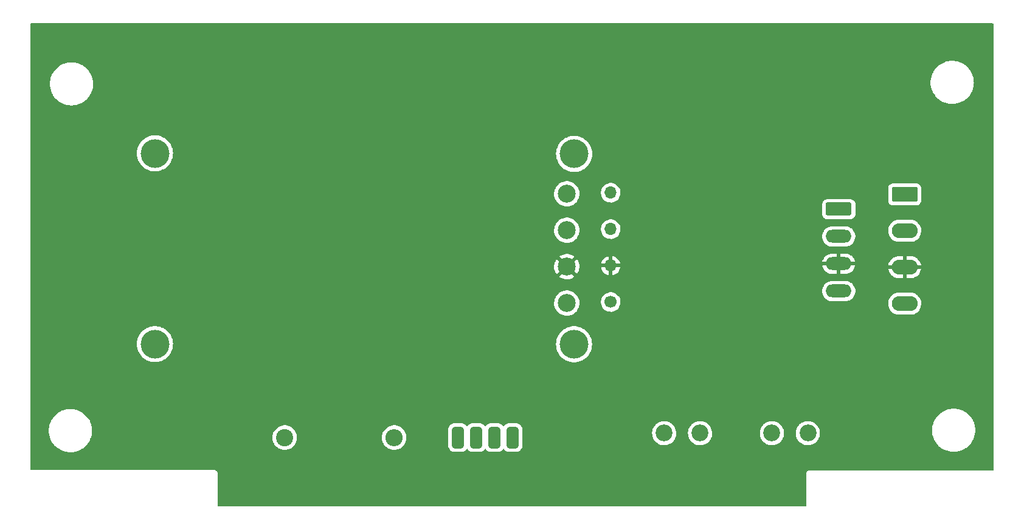
<source format=gbr>
%TF.GenerationSoftware,KiCad,Pcbnew,8.0.3+1*%
%TF.CreationDate,2024-07-23T19:14:42+00:00*%
%TF.ProjectId,mower_PowerDeviceCarrier,6d6f7765-725f-4506-9f77-657244657669,rev?*%
%TF.SameCoordinates,PX2b5aa20PY5837b10*%
%TF.FileFunction,Copper,L1,Top*%
%TF.FilePolarity,Positive*%
%FSLAX46Y46*%
G04 Gerber Fmt 4.6, Leading zero omitted, Abs format (unit mm)*
G04 Created by KiCad (PCBNEW 8.0.3+1) date 2024-07-23 19:14:42*
%MOMM*%
%LPD*%
G01*
G04 APERTURE LIST*
G04 Aperture macros list*
%AMRoundRect*
0 Rectangle with rounded corners*
0 $1 Rounding radius*
0 $2 $3 $4 $5 $6 $7 $8 $9 X,Y pos of 4 corners*
0 Add a 4 corners polygon primitive as box body*
4,1,4,$2,$3,$4,$5,$6,$7,$8,$9,$2,$3,0*
0 Add four circle primitives for the rounded corners*
1,1,$1+$1,$2,$3*
1,1,$1+$1,$4,$5*
1,1,$1+$1,$6,$7*
1,1,$1+$1,$8,$9*
0 Add four rect primitives between the rounded corners*
20,1,$1+$1,$2,$3,$4,$5,0*
20,1,$1+$1,$4,$5,$6,$7,0*
20,1,$1+$1,$6,$7,$8,$9,0*
20,1,$1+$1,$8,$9,$2,$3,0*%
G04 Aperture macros list end*
%TA.AperFunction,ComponentPad*%
%ADD10C,2.350000*%
%TD*%
%TA.AperFunction,ComponentPad*%
%ADD11C,2.400000*%
%TD*%
%TA.AperFunction,ComponentPad*%
%ADD12O,2.400000X2.400000*%
%TD*%
%TA.AperFunction,ComponentPad*%
%ADD13C,4.000000*%
%TD*%
%TA.AperFunction,ComponentPad*%
%ADD14C,2.500000*%
%TD*%
%TA.AperFunction,ComponentPad*%
%ADD15RoundRect,0.250000X-1.550000X0.650000X-1.550000X-0.650000X1.550000X-0.650000X1.550000X0.650000X0*%
%TD*%
%TA.AperFunction,ComponentPad*%
%ADD16O,3.600000X1.800000*%
%TD*%
%TA.AperFunction,ComponentPad*%
%ADD17C,1.700000*%
%TD*%
%TA.AperFunction,ComponentPad*%
%ADD18O,1.700000X1.700000*%
%TD*%
%TA.AperFunction,ComponentPad*%
%ADD19RoundRect,0.249999X-1.550001X0.790001X-1.550001X-0.790001X1.550001X-0.790001X1.550001X0.790001X0*%
%TD*%
%TA.AperFunction,ComponentPad*%
%ADD20O,3.600000X2.080000*%
%TD*%
%TA.AperFunction,ComponentPad*%
%ADD21RoundRect,0.425000X0.425000X-1.075000X0.425000X1.075000X-0.425000X1.075000X-0.425000X-1.075000X0*%
%TD*%
G04 APERTURE END LIST*
D10*
%TO.P,F1,1*%
%TO.N,Net-(F1-Pad1)*%
X133866000Y-108708000D03*
X128866000Y-108708000D03*
%TO.P,F1,2*%
%TO.N,Net-(A1-Pad1)*%
X113866000Y-108708000D03*
X118866000Y-108708000D03*
%TD*%
D11*
%TO.P,R1,1*%
%TO.N,GND1*%
X61019400Y-109309200D03*
D12*
%TO.P,R1,2*%
%TO.N,Net-(J2-Pad2)*%
X76259400Y-109309200D03*
%TD*%
D13*
%TO.P,A1,*%
%TO.N,*%
X42959200Y-96280800D03*
X42959200Y-69680800D03*
X101319200Y-69760800D03*
X101309200Y-96310800D03*
D14*
%TO.P,A1,1,Vin+*%
%TO.N,Net-(A1-Pad1)*%
X100299200Y-90550800D03*
%TO.P,A1,2,Vin-*%
%TO.N,Net-(A1-Pad2)*%
X100299200Y-85470800D03*
%TO.P,A1,3,Vout+*%
%TO.N,+BATT*%
X100299200Y-75310800D03*
%TO.P,A1,4,Vout-*%
%TO.N,GND1*%
X100299200Y-80390800D03*
%TD*%
D15*
%TO.P,J3,1,Pin_1*%
%TO.N,+BATT*%
X138170000Y-77466000D03*
D16*
%TO.P,J3,2,Pin_2*%
%TO.N,GND1*%
X138170000Y-81276000D03*
%TO.P,J3,3,Pin_3*%
%TO.N,Net-(A1-Pad2)*%
X138170000Y-85086000D03*
%TO.P,J3,4,Pin_4*%
%TO.N,Net-(F1-Pad1)*%
X138170000Y-88896000D03*
%TD*%
D17*
%TO.P,J4,1,Pin_1*%
%TO.N,Net-(A1-Pad1)*%
X106420000Y-90420000D03*
D18*
%TO.P,J4,2,Pin_2*%
%TO.N,Net-(A1-Pad2)*%
X106420000Y-85340000D03*
%TO.P,J4,3,Pin_3*%
%TO.N,+BATT*%
X106420000Y-75180000D03*
%TO.P,J4,4,Pin_4*%
%TO.N,GND1*%
X106420000Y-80260000D03*
%TD*%
D19*
%TO.P,J1,1,Pin_1*%
%TO.N,+BATT*%
X147353500Y-75401600D03*
D20*
%TO.P,J1,2,Pin_2*%
%TO.N,GND1*%
X147353500Y-80481600D03*
%TO.P,J1,3,Pin_3*%
%TO.N,Net-(A1-Pad2)*%
X147353500Y-85561600D03*
%TO.P,J1,4,Pin_4*%
%TO.N,Net-(F1-Pad1)*%
X147353500Y-90641600D03*
%TD*%
D21*
%TO.P,J2,1,Pin_1*%
%TO.N,unconnected-(J2-Pad1)*%
X92769400Y-109309200D03*
%TO.P,J2,2,Pin_2*%
%TO.N,Net-(J2-Pad2)*%
X90229400Y-109309200D03*
%TO.P,J2,3,Pin_3*%
%TO.N,+BATT*%
X87689400Y-109309200D03*
%TO.P,J2,4,Pin_4*%
%TO.N,unconnected-(J2-Pad4)*%
X85149400Y-109309200D03*
%TD*%
%TA.AperFunction,Conductor*%
%TO.N,Net-(A1-Pad2)*%
G36*
X92953179Y-51543522D02*
G01*
X159575609Y-51548454D01*
X159643729Y-51568461D01*
X159690218Y-51622120D01*
X159701600Y-51674433D01*
X159706276Y-81301173D01*
X159711400Y-113765237D01*
X159691409Y-113833361D01*
X159637760Y-113879862D01*
X159585354Y-113891257D01*
X142313849Y-113884634D01*
X134149135Y-113881503D01*
X134148414Y-113881501D01*
X134116104Y-113881304D01*
X134070279Y-113881024D01*
X134041954Y-113889119D01*
X134025160Y-113892700D01*
X133996002Y-113896865D01*
X133987832Y-113900576D01*
X133987828Y-113900577D01*
X133972511Y-113907534D01*
X133955032Y-113913962D01*
X133930229Y-113921051D01*
X133922638Y-113925840D01*
X133922637Y-113925841D01*
X133905329Y-113936762D01*
X133890200Y-113944922D01*
X133863384Y-113957102D01*
X133856581Y-113962959D01*
X133856578Y-113962961D01*
X133843834Y-113973933D01*
X133828860Y-113985009D01*
X133814638Y-113993982D01*
X133814633Y-113993986D01*
X133807042Y-113998776D01*
X133787544Y-114020854D01*
X133775322Y-114032923D01*
X133753003Y-114052139D01*
X133748120Y-114059666D01*
X133748116Y-114059671D01*
X133738964Y-114073780D01*
X133727703Y-114088611D01*
X133710622Y-114107951D01*
X133706808Y-114116075D01*
X133706807Y-114116076D01*
X133698108Y-114134605D01*
X133689764Y-114149620D01*
X133673731Y-114174336D01*
X133666327Y-114199060D01*
X133659682Y-114216449D01*
X133648719Y-114239800D01*
X133647338Y-114248667D01*
X133647338Y-114248668D01*
X133644188Y-114268897D01*
X133640393Y-114285655D01*
X133631943Y-114313871D01*
X133631885Y-114322847D01*
X133631719Y-114348333D01*
X133631682Y-114349218D01*
X133631500Y-114350386D01*
X133631500Y-114381723D01*
X133631497Y-114382541D01*
X133630997Y-114459526D01*
X133631404Y-114460950D01*
X133631500Y-114462368D01*
X133631500Y-118825424D01*
X133611498Y-118893545D01*
X133557842Y-118940038D01*
X133505486Y-118951424D01*
X88749822Y-118946029D01*
X51823240Y-118941577D01*
X51755121Y-118921567D01*
X51708635Y-118867905D01*
X51697255Y-118815825D01*
X51692986Y-116642661D01*
X51688514Y-114366619D01*
X51688516Y-114365608D01*
X51688976Y-114290279D01*
X51680677Y-114261240D01*
X51677135Y-114244727D01*
X51674086Y-114223729D01*
X51672796Y-114214845D01*
X51662379Y-114192054D01*
X51655834Y-114174319D01*
X51648949Y-114150229D01*
X51632834Y-114124688D01*
X51624800Y-114109833D01*
X51623940Y-114107951D01*
X51612247Y-114082368D01*
X51606377Y-114075582D01*
X51606374Y-114075578D01*
X51595859Y-114063423D01*
X51584588Y-114048223D01*
X51576014Y-114034634D01*
X51571224Y-114027042D01*
X51548591Y-114007053D01*
X51536708Y-113995047D01*
X51528024Y-113985009D01*
X51516952Y-113972210D01*
X51495901Y-113958624D01*
X51480819Y-113947199D01*
X51468775Y-113936562D01*
X51468774Y-113936561D01*
X51462049Y-113930622D01*
X51453929Y-113926809D01*
X51453925Y-113926807D01*
X51434714Y-113917787D01*
X51419943Y-113909601D01*
X51402113Y-113898095D01*
X51402111Y-113898094D01*
X51394568Y-113893226D01*
X51370545Y-113886093D01*
X51352878Y-113879366D01*
X51338326Y-113872534D01*
X51330200Y-113868719D01*
X51321331Y-113867338D01*
X51300362Y-113864073D01*
X51283886Y-113860361D01*
X51263543Y-113854321D01*
X51263539Y-113854320D01*
X51254936Y-113851766D01*
X51236276Y-113851689D01*
X51220707Y-113851624D01*
X51220304Y-113851608D01*
X51219614Y-113851500D01*
X51191070Y-113851500D01*
X51190548Y-113851499D01*
X51190391Y-113851498D01*
X51109279Y-113851162D01*
X51108335Y-113851434D01*
X51107376Y-113851500D01*
X25754500Y-113851500D01*
X25686379Y-113831498D01*
X25639886Y-113777842D01*
X25628500Y-113725500D01*
X25628500Y-108258141D01*
X28173088Y-108258141D01*
X28173183Y-108261770D01*
X28173183Y-108261772D01*
X28173929Y-108290243D01*
X28173929Y-108290245D01*
X28180595Y-108544804D01*
X28182170Y-108604971D01*
X28231056Y-108948460D01*
X28319097Y-109284053D01*
X28445127Y-109607303D01*
X28446824Y-109610508D01*
X28597550Y-109895180D01*
X28607475Y-109913926D01*
X28609525Y-109916909D01*
X28609527Y-109916912D01*
X28801933Y-110196864D01*
X28801939Y-110196871D01*
X28803990Y-110199856D01*
X28929557Y-110343797D01*
X29023944Y-110451994D01*
X29032066Y-110461305D01*
X29114829Y-110536613D01*
X29244468Y-110654575D01*
X29288681Y-110694806D01*
X29570433Y-110897266D01*
X29873588Y-111066000D01*
X30194128Y-111198772D01*
X30197622Y-111199767D01*
X30197624Y-111199768D01*
X30524303Y-111292825D01*
X30524308Y-111292826D01*
X30527804Y-111293822D01*
X30724504Y-111326033D01*
X30866612Y-111349304D01*
X30866619Y-111349305D01*
X30870193Y-111349890D01*
X31043476Y-111358062D01*
X31213131Y-111366063D01*
X31213132Y-111366063D01*
X31216758Y-111366234D01*
X31225615Y-111365630D01*
X31559273Y-111342884D01*
X31559281Y-111342883D01*
X31562904Y-111342636D01*
X31566479Y-111341973D01*
X31566482Y-111341973D01*
X31900479Y-111280070D01*
X31900483Y-111280069D01*
X31904044Y-111279409D01*
X32235656Y-111177392D01*
X32553345Y-111037936D01*
X32593623Y-111014400D01*
X32849760Y-110864726D01*
X32849762Y-110864725D01*
X32852900Y-110862891D01*
X32878672Y-110843541D01*
X33127444Y-110656758D01*
X33127448Y-110656755D01*
X33130351Y-110654575D01*
X33382019Y-110415750D01*
X33604570Y-110149583D01*
X33609639Y-110141867D01*
X33751177Y-109926394D01*
X33795053Y-109859599D01*
X33897818Y-109655273D01*
X33949317Y-109552880D01*
X33949320Y-109552872D01*
X33950944Y-109549644D01*
X33952189Y-109546242D01*
X34055347Y-109264351D01*
X59306696Y-109264351D01*
X59306920Y-109269017D01*
X59306920Y-109269022D01*
X59307707Y-109285406D01*
X59318880Y-109517998D01*
X59337372Y-109610965D01*
X59352519Y-109687110D01*
X59368421Y-109767057D01*
X59370000Y-109771455D01*
X59370002Y-109771462D01*
X59420505Y-109912124D01*
X59454231Y-110006058D01*
X59456448Y-110010184D01*
X59560056Y-110203008D01*
X59574425Y-110229751D01*
X59577220Y-110233494D01*
X59577222Y-110233497D01*
X59723571Y-110429482D01*
X59723576Y-110429488D01*
X59726363Y-110433220D01*
X59729672Y-110436500D01*
X59729677Y-110436506D01*
X59828259Y-110534231D01*
X59906707Y-110611997D01*
X59910469Y-110614755D01*
X59910472Y-110614758D01*
X59952163Y-110645327D01*
X60111494Y-110762153D01*
X60115629Y-110764329D01*
X60115633Y-110764331D01*
X60233689Y-110826443D01*
X60336227Y-110880391D01*
X60575968Y-110964112D01*
X60825450Y-111011478D01*
X60945932Y-111016211D01*
X61074525Y-111021264D01*
X61074530Y-111021264D01*
X61079193Y-111021447D01*
X61178174Y-111010607D01*
X61326969Y-110994312D01*
X61326975Y-110994311D01*
X61331622Y-110993802D01*
X61366931Y-110984506D01*
X61572673Y-110930338D01*
X61577193Y-110929148D01*
X61767385Y-110847436D01*
X61806207Y-110830757D01*
X61806210Y-110830755D01*
X61810510Y-110828908D01*
X61814490Y-110826445D01*
X61814494Y-110826443D01*
X62022464Y-110697747D01*
X62022466Y-110697745D01*
X62026447Y-110695282D01*
X62077487Y-110652074D01*
X62216689Y-110534231D01*
X62216691Y-110534229D01*
X62220262Y-110531206D01*
X62387695Y-110340284D01*
X62407802Y-110309025D01*
X62522541Y-110130642D01*
X62525069Y-110126712D01*
X62629367Y-109895180D01*
X62698296Y-109650775D01*
X62715254Y-109517479D01*
X62729945Y-109401998D01*
X62729945Y-109401992D01*
X62730343Y-109398867D01*
X62730569Y-109390257D01*
X62732608Y-109312360D01*
X62732691Y-109309200D01*
X62729358Y-109264351D01*
X74546696Y-109264351D01*
X74546920Y-109269017D01*
X74546920Y-109269022D01*
X74547707Y-109285406D01*
X74558880Y-109517998D01*
X74577372Y-109610965D01*
X74592519Y-109687110D01*
X74608421Y-109767057D01*
X74610000Y-109771455D01*
X74610002Y-109771462D01*
X74660505Y-109912124D01*
X74694231Y-110006058D01*
X74696448Y-110010184D01*
X74800056Y-110203008D01*
X74814425Y-110229751D01*
X74817220Y-110233494D01*
X74817222Y-110233497D01*
X74963571Y-110429482D01*
X74963576Y-110429488D01*
X74966363Y-110433220D01*
X74969672Y-110436500D01*
X74969677Y-110436506D01*
X75068259Y-110534231D01*
X75146707Y-110611997D01*
X75150469Y-110614755D01*
X75150472Y-110614758D01*
X75192163Y-110645327D01*
X75351494Y-110762153D01*
X75355629Y-110764329D01*
X75355633Y-110764331D01*
X75473689Y-110826443D01*
X75576227Y-110880391D01*
X75815968Y-110964112D01*
X76065450Y-111011478D01*
X76185932Y-111016211D01*
X76314525Y-111021264D01*
X76314530Y-111021264D01*
X76319193Y-111021447D01*
X76418174Y-111010607D01*
X76566969Y-110994312D01*
X76566975Y-110994311D01*
X76571622Y-110993802D01*
X76606931Y-110984506D01*
X76812673Y-110930338D01*
X76817193Y-110929148D01*
X77007385Y-110847436D01*
X77046207Y-110830757D01*
X77046210Y-110830755D01*
X77050510Y-110828908D01*
X77054490Y-110826445D01*
X77054494Y-110826443D01*
X77262464Y-110697747D01*
X77262466Y-110697745D01*
X77266447Y-110695282D01*
X77317487Y-110652074D01*
X77456689Y-110534231D01*
X77456691Y-110534229D01*
X77460262Y-110531206D01*
X77627695Y-110340284D01*
X77647802Y-110309025D01*
X77762541Y-110130642D01*
X77765069Y-110126712D01*
X77869367Y-109895180D01*
X77938296Y-109650775D01*
X77955254Y-109517479D01*
X77969945Y-109401998D01*
X77969945Y-109401992D01*
X77970343Y-109398867D01*
X77970569Y-109390257D01*
X77972608Y-109312360D01*
X77972691Y-109309200D01*
X77967239Y-109235836D01*
X77954218Y-109060611D01*
X77954217Y-109060607D01*
X77953872Y-109055959D01*
X77951297Y-109044577D01*
X77898859Y-108812839D01*
X77897828Y-108808282D01*
X77877750Y-108756651D01*
X77807484Y-108575962D01*
X77807483Y-108575960D01*
X77805791Y-108571609D01*
X77790471Y-108544804D01*
X77682102Y-108355197D01*
X77682100Y-108355195D01*
X77679783Y-108351140D01*
X77536088Y-108168863D01*
X83790900Y-108168863D01*
X83790901Y-110449536D01*
X83797314Y-110531036D01*
X83819747Y-110614758D01*
X83840542Y-110692363D01*
X83848102Y-110720579D01*
X83937189Y-110895421D01*
X84060680Y-111047920D01*
X84213179Y-111171411D01*
X84388021Y-111260498D01*
X84394394Y-111262206D01*
X84394395Y-111262206D01*
X84571987Y-111309792D01*
X84571991Y-111309793D01*
X84577564Y-111311286D01*
X84583320Y-111311739D01*
X84656606Y-111317507D01*
X84656615Y-111317507D01*
X84659063Y-111317700D01*
X85149201Y-111317700D01*
X85639736Y-111317699D01*
X85689620Y-111313774D01*
X85715482Y-111311739D01*
X85715485Y-111311739D01*
X85721236Y-111311286D01*
X85910779Y-111260498D01*
X86085621Y-111171411D01*
X86238120Y-111047920D01*
X86321480Y-110944979D01*
X86379894Y-110904627D01*
X86450851Y-110902261D01*
X86511823Y-110938634D01*
X86517320Y-110944979D01*
X86600680Y-111047920D01*
X86753179Y-111171411D01*
X86928021Y-111260498D01*
X86934394Y-111262206D01*
X86934395Y-111262206D01*
X87111987Y-111309792D01*
X87111991Y-111309793D01*
X87117564Y-111311286D01*
X87123320Y-111311739D01*
X87196606Y-111317507D01*
X87196615Y-111317507D01*
X87199063Y-111317700D01*
X87689201Y-111317700D01*
X88179736Y-111317699D01*
X88229620Y-111313774D01*
X88255482Y-111311739D01*
X88255485Y-111311739D01*
X88261236Y-111311286D01*
X88450779Y-111260498D01*
X88625621Y-111171411D01*
X88778120Y-111047920D01*
X88861480Y-110944979D01*
X88919894Y-110904627D01*
X88990851Y-110902261D01*
X89051823Y-110938634D01*
X89057320Y-110944979D01*
X89140680Y-111047920D01*
X89293179Y-111171411D01*
X89468021Y-111260498D01*
X89474394Y-111262206D01*
X89474395Y-111262206D01*
X89651987Y-111309792D01*
X89651991Y-111309793D01*
X89657564Y-111311286D01*
X89663320Y-111311739D01*
X89736606Y-111317507D01*
X89736615Y-111317507D01*
X89739063Y-111317700D01*
X90229201Y-111317700D01*
X90719736Y-111317699D01*
X90769620Y-111313774D01*
X90795482Y-111311739D01*
X90795485Y-111311739D01*
X90801236Y-111311286D01*
X90990779Y-111260498D01*
X91165621Y-111171411D01*
X91318120Y-111047920D01*
X91401480Y-110944979D01*
X91459894Y-110904627D01*
X91530851Y-110902261D01*
X91591823Y-110938634D01*
X91597320Y-110944979D01*
X91680680Y-111047920D01*
X91833179Y-111171411D01*
X92008021Y-111260498D01*
X92014394Y-111262206D01*
X92014395Y-111262206D01*
X92191987Y-111309792D01*
X92191991Y-111309793D01*
X92197564Y-111311286D01*
X92203320Y-111311739D01*
X92276606Y-111317507D01*
X92276615Y-111317507D01*
X92279063Y-111317700D01*
X92769201Y-111317700D01*
X93259736Y-111317699D01*
X93309620Y-111313774D01*
X93335482Y-111311739D01*
X93335485Y-111311739D01*
X93341236Y-111311286D01*
X93530779Y-111260498D01*
X93705621Y-111171411D01*
X93858120Y-111047920D01*
X93981611Y-110895421D01*
X94070698Y-110720579D01*
X94077604Y-110694806D01*
X94119992Y-110536613D01*
X94119993Y-110536609D01*
X94121486Y-110531036D01*
X94126974Y-110461305D01*
X94127707Y-110451994D01*
X94127707Y-110451985D01*
X94127900Y-110449537D01*
X94127899Y-108663808D01*
X112178358Y-108663808D01*
X112178582Y-108668474D01*
X112178582Y-108668480D01*
X112180632Y-108711160D01*
X112190363Y-108913742D01*
X112208943Y-109007151D01*
X112230379Y-109114914D01*
X112239179Y-109159157D01*
X112240758Y-109163555D01*
X112240760Y-109163562D01*
X112294184Y-109312360D01*
X112323733Y-109394661D01*
X112325945Y-109398778D01*
X112325946Y-109398780D01*
X112377455Y-109494642D01*
X112442169Y-109615080D01*
X112591883Y-109815573D01*
X112595190Y-109818851D01*
X112595195Y-109818857D01*
X112703676Y-109926394D01*
X112769588Y-109991733D01*
X112773355Y-109994495D01*
X112773356Y-109994496D01*
X112789125Y-110006058D01*
X112971379Y-110139693D01*
X112975510Y-110141867D01*
X112975511Y-110141867D01*
X113188688Y-110254025D01*
X113188694Y-110254027D01*
X113192823Y-110256200D01*
X113197230Y-110257739D01*
X113197237Y-110257742D01*
X113419795Y-110335462D01*
X113429056Y-110338696D01*
X113433649Y-110339568D01*
X113670299Y-110384498D01*
X113670302Y-110384498D01*
X113674888Y-110385369D01*
X113799903Y-110390281D01*
X113920250Y-110395010D01*
X113920256Y-110395010D01*
X113924918Y-110395193D01*
X114002302Y-110386718D01*
X114169001Y-110368462D01*
X114169006Y-110368461D01*
X114173654Y-110367952D01*
X114265400Y-110343797D01*
X114411108Y-110305435D01*
X114411110Y-110305434D01*
X114415631Y-110304244D01*
X114447647Y-110290489D01*
X114641240Y-110207315D01*
X114641242Y-110207314D01*
X114645534Y-110205470D01*
X114858311Y-110073799D01*
X114933457Y-110010184D01*
X115045718Y-109915148D01*
X115045719Y-109915147D01*
X115049290Y-109912124D01*
X115060407Y-109899448D01*
X115211191Y-109727512D01*
X115211194Y-109727507D01*
X115214273Y-109723997D01*
X115349638Y-109513549D01*
X115452409Y-109285406D01*
X115488015Y-109159157D01*
X115519060Y-109049076D01*
X115520329Y-109044577D01*
X115540903Y-108882852D01*
X115551509Y-108799485D01*
X115551509Y-108799481D01*
X115551907Y-108796355D01*
X115552714Y-108765565D01*
X115554138Y-108711160D01*
X115554221Y-108708000D01*
X115550937Y-108663808D01*
X117178358Y-108663808D01*
X117178582Y-108668474D01*
X117178582Y-108668480D01*
X117180632Y-108711160D01*
X117190363Y-108913742D01*
X117208943Y-109007151D01*
X117230379Y-109114914D01*
X117239179Y-109159157D01*
X117240758Y-109163555D01*
X117240760Y-109163562D01*
X117294184Y-109312360D01*
X117323733Y-109394661D01*
X117325945Y-109398778D01*
X117325946Y-109398780D01*
X117377455Y-109494642D01*
X117442169Y-109615080D01*
X117591883Y-109815573D01*
X117595190Y-109818851D01*
X117595195Y-109818857D01*
X117703676Y-109926394D01*
X117769588Y-109991733D01*
X117773355Y-109994495D01*
X117773356Y-109994496D01*
X117789125Y-110006058D01*
X117971379Y-110139693D01*
X117975510Y-110141867D01*
X117975511Y-110141867D01*
X118188688Y-110254025D01*
X118188694Y-110254027D01*
X118192823Y-110256200D01*
X118197230Y-110257739D01*
X118197237Y-110257742D01*
X118419795Y-110335462D01*
X118429056Y-110338696D01*
X118433649Y-110339568D01*
X118670299Y-110384498D01*
X118670302Y-110384498D01*
X118674888Y-110385369D01*
X118799903Y-110390281D01*
X118920250Y-110395010D01*
X118920256Y-110395010D01*
X118924918Y-110395193D01*
X119002302Y-110386718D01*
X119169001Y-110368462D01*
X119169006Y-110368461D01*
X119173654Y-110367952D01*
X119265400Y-110343797D01*
X119411108Y-110305435D01*
X119411110Y-110305434D01*
X119415631Y-110304244D01*
X119447647Y-110290489D01*
X119641240Y-110207315D01*
X119641242Y-110207314D01*
X119645534Y-110205470D01*
X119858311Y-110073799D01*
X119933457Y-110010184D01*
X120045718Y-109915148D01*
X120045719Y-109915147D01*
X120049290Y-109912124D01*
X120060407Y-109899448D01*
X120211191Y-109727512D01*
X120211194Y-109727507D01*
X120214273Y-109723997D01*
X120349638Y-109513549D01*
X120452409Y-109285406D01*
X120488015Y-109159157D01*
X120519060Y-109049076D01*
X120520329Y-109044577D01*
X120540903Y-108882852D01*
X120551509Y-108799485D01*
X120551509Y-108799481D01*
X120551907Y-108796355D01*
X120552714Y-108765565D01*
X120554138Y-108711160D01*
X120554221Y-108708000D01*
X120550937Y-108663808D01*
X127178358Y-108663808D01*
X127178582Y-108668474D01*
X127178582Y-108668480D01*
X127180632Y-108711160D01*
X127190363Y-108913742D01*
X127208943Y-109007151D01*
X127230379Y-109114914D01*
X127239179Y-109159157D01*
X127240758Y-109163555D01*
X127240760Y-109163562D01*
X127294184Y-109312360D01*
X127323733Y-109394661D01*
X127325945Y-109398778D01*
X127325946Y-109398780D01*
X127377455Y-109494642D01*
X127442169Y-109615080D01*
X127591883Y-109815573D01*
X127595190Y-109818851D01*
X127595195Y-109818857D01*
X127703676Y-109926394D01*
X127769588Y-109991733D01*
X127773355Y-109994495D01*
X127773356Y-109994496D01*
X127789125Y-110006058D01*
X127971379Y-110139693D01*
X127975510Y-110141867D01*
X127975511Y-110141867D01*
X128188688Y-110254025D01*
X128188694Y-110254027D01*
X128192823Y-110256200D01*
X128197230Y-110257739D01*
X128197237Y-110257742D01*
X128419795Y-110335462D01*
X128429056Y-110338696D01*
X128433649Y-110339568D01*
X128670299Y-110384498D01*
X128670302Y-110384498D01*
X128674888Y-110385369D01*
X128799903Y-110390281D01*
X128920250Y-110395010D01*
X128920256Y-110395010D01*
X128924918Y-110395193D01*
X129002302Y-110386718D01*
X129169001Y-110368462D01*
X129169006Y-110368461D01*
X129173654Y-110367952D01*
X129265400Y-110343797D01*
X129411108Y-110305435D01*
X129411110Y-110305434D01*
X129415631Y-110304244D01*
X129447647Y-110290489D01*
X129641240Y-110207315D01*
X129641242Y-110207314D01*
X129645534Y-110205470D01*
X129858311Y-110073799D01*
X129933457Y-110010184D01*
X130045718Y-109915148D01*
X130045719Y-109915147D01*
X130049290Y-109912124D01*
X130060407Y-109899448D01*
X130211191Y-109727512D01*
X130211194Y-109727507D01*
X130214273Y-109723997D01*
X130349638Y-109513549D01*
X130452409Y-109285406D01*
X130488015Y-109159157D01*
X130519060Y-109049076D01*
X130520329Y-109044577D01*
X130540903Y-108882852D01*
X130551509Y-108799485D01*
X130551509Y-108799481D01*
X130551907Y-108796355D01*
X130552714Y-108765565D01*
X130554138Y-108711160D01*
X130554221Y-108708000D01*
X130550937Y-108663808D01*
X132178358Y-108663808D01*
X132178582Y-108668474D01*
X132178582Y-108668480D01*
X132180632Y-108711160D01*
X132190363Y-108913742D01*
X132208943Y-109007151D01*
X132230379Y-109114914D01*
X132239179Y-109159157D01*
X132240758Y-109163555D01*
X132240760Y-109163562D01*
X132294184Y-109312360D01*
X132323733Y-109394661D01*
X132325945Y-109398778D01*
X132325946Y-109398780D01*
X132377455Y-109494642D01*
X132442169Y-109615080D01*
X132591883Y-109815573D01*
X132595190Y-109818851D01*
X132595195Y-109818857D01*
X132703676Y-109926394D01*
X132769588Y-109991733D01*
X132773355Y-109994495D01*
X132773356Y-109994496D01*
X132789125Y-110006058D01*
X132971379Y-110139693D01*
X132975510Y-110141867D01*
X132975511Y-110141867D01*
X133188688Y-110254025D01*
X133188694Y-110254027D01*
X133192823Y-110256200D01*
X133197230Y-110257739D01*
X133197237Y-110257742D01*
X133419795Y-110335462D01*
X133429056Y-110338696D01*
X133433649Y-110339568D01*
X133670299Y-110384498D01*
X133670302Y-110384498D01*
X133674888Y-110385369D01*
X133799903Y-110390281D01*
X133920250Y-110395010D01*
X133920256Y-110395010D01*
X133924918Y-110395193D01*
X134002302Y-110386718D01*
X134169001Y-110368462D01*
X134169006Y-110368461D01*
X134173654Y-110367952D01*
X134265400Y-110343797D01*
X134411108Y-110305435D01*
X134411110Y-110305434D01*
X134415631Y-110304244D01*
X134447647Y-110290489D01*
X134641240Y-110207315D01*
X134641242Y-110207314D01*
X134645534Y-110205470D01*
X134858311Y-110073799D01*
X134933457Y-110010184D01*
X135045718Y-109915148D01*
X135045719Y-109915147D01*
X135049290Y-109912124D01*
X135060407Y-109899448D01*
X135211191Y-109727512D01*
X135211194Y-109727507D01*
X135214273Y-109723997D01*
X135349638Y-109513549D01*
X135452409Y-109285406D01*
X135488015Y-109159157D01*
X135519060Y-109049076D01*
X135520329Y-109044577D01*
X135540903Y-108882852D01*
X135551509Y-108799485D01*
X135551509Y-108799481D01*
X135551907Y-108796355D01*
X135552714Y-108765565D01*
X135554138Y-108711160D01*
X135554221Y-108708000D01*
X135546831Y-108608562D01*
X135536023Y-108463117D01*
X135536022Y-108463113D01*
X135535677Y-108458465D01*
X135480454Y-108214412D01*
X135477393Y-108206541D01*
X151159888Y-108206541D01*
X151159983Y-108210170D01*
X151159983Y-108210172D01*
X151160729Y-108238643D01*
X151160729Y-108238645D01*
X151167395Y-108493204D01*
X151168970Y-108553371D01*
X151217856Y-108896860D01*
X151305897Y-109232453D01*
X151431927Y-109555703D01*
X151433624Y-109558908D01*
X151569521Y-109815573D01*
X151594275Y-109862326D01*
X151596325Y-109865309D01*
X151596327Y-109865312D01*
X151788733Y-110145264D01*
X151788739Y-110145271D01*
X151790790Y-110148256D01*
X151925256Y-110302398D01*
X151996877Y-110384498D01*
X152018866Y-110409705D01*
X152028261Y-110418254D01*
X152231268Y-110602975D01*
X152275481Y-110643206D01*
X152557233Y-110845666D01*
X152860388Y-111014400D01*
X153180928Y-111147172D01*
X153184422Y-111148167D01*
X153184424Y-111148168D01*
X153511103Y-111241225D01*
X153511108Y-111241226D01*
X153514604Y-111242222D01*
X153711304Y-111274433D01*
X153853412Y-111297704D01*
X153853419Y-111297705D01*
X153856993Y-111298290D01*
X154030276Y-111306462D01*
X154199931Y-111314463D01*
X154199932Y-111314463D01*
X154203558Y-111314634D01*
X154212415Y-111314030D01*
X154546073Y-111291284D01*
X154546081Y-111291283D01*
X154549704Y-111291036D01*
X154553279Y-111290373D01*
X154553282Y-111290373D01*
X154887279Y-111228470D01*
X154887283Y-111228469D01*
X154890844Y-111227809D01*
X155222456Y-111125792D01*
X155540145Y-110986336D01*
X155610920Y-110944979D01*
X155836560Y-110813126D01*
X155836562Y-110813125D01*
X155839700Y-110811291D01*
X155905146Y-110762153D01*
X156114244Y-110605158D01*
X156114248Y-110605155D01*
X156117151Y-110602975D01*
X156368819Y-110364150D01*
X156591370Y-110097983D01*
X156781853Y-109807999D01*
X156881181Y-109610508D01*
X156936117Y-109501280D01*
X156936120Y-109501272D01*
X156937744Y-109498044D01*
X156938989Y-109494642D01*
X157055729Y-109175637D01*
X157055730Y-109175633D01*
X157056977Y-109172226D01*
X157057822Y-109168704D01*
X157057825Y-109168696D01*
X157137124Y-108838391D01*
X157137125Y-108838387D01*
X157137971Y-108834862D01*
X157140636Y-108812839D01*
X157179316Y-108493204D01*
X157179316Y-108493197D01*
X157179652Y-108490425D01*
X157180048Y-108477847D01*
X157185511Y-108303997D01*
X157185599Y-108301200D01*
X157185438Y-108298404D01*
X157165836Y-107958446D01*
X157165835Y-107958441D01*
X157165627Y-107954826D01*
X157138115Y-107797189D01*
X157106600Y-107616615D01*
X157106598Y-107616608D01*
X157105976Y-107613042D01*
X157102833Y-107602429D01*
X157032822Y-107366078D01*
X157007437Y-107280380D01*
X156990272Y-107240137D01*
X156872740Y-106964586D01*
X156872738Y-106964583D01*
X156871316Y-106961248D01*
X156851001Y-106925631D01*
X156701208Y-106663016D01*
X156699417Y-106659876D01*
X156494018Y-106380260D01*
X156490993Y-106377004D01*
X156260309Y-106128759D01*
X156257842Y-106126104D01*
X155994019Y-105900778D01*
X155706047Y-105707269D01*
X155397741Y-105548140D01*
X155073189Y-105425502D01*
X155069668Y-105424618D01*
X155069663Y-105424616D01*
X154908378Y-105384104D01*
X154736692Y-105340980D01*
X154714476Y-105338055D01*
X154396315Y-105296168D01*
X154396307Y-105296167D01*
X154392711Y-105295694D01*
X154248045Y-105293421D01*
X154049446Y-105290301D01*
X154049442Y-105290301D01*
X154045804Y-105290244D01*
X154042190Y-105290605D01*
X154042184Y-105290605D01*
X153798843Y-105314894D01*
X153700569Y-105324703D01*
X153594784Y-105347768D01*
X153385208Y-105393463D01*
X153361583Y-105398614D01*
X153358156Y-105399787D01*
X153358150Y-105399789D01*
X153134926Y-105476216D01*
X153033339Y-105510997D01*
X152720188Y-105660363D01*
X152426279Y-105844732D01*
X152423443Y-105847004D01*
X152423436Y-105847009D01*
X152294433Y-105950360D01*
X152155509Y-106061659D01*
X151911466Y-106308271D01*
X151909225Y-106311129D01*
X151800856Y-106449338D01*
X151697386Y-106581298D01*
X151695493Y-106584387D01*
X151695491Y-106584390D01*
X151649233Y-106659876D01*
X151516105Y-106877121D01*
X151514580Y-106880406D01*
X151514578Y-106880410D01*
X151433053Y-107056041D01*
X151370027Y-107191820D01*
X151315665Y-107356194D01*
X151275825Y-107476661D01*
X151261087Y-107521223D01*
X151260351Y-107524778D01*
X151260350Y-107524781D01*
X151200604Y-107813285D01*
X151190730Y-107860964D01*
X151178066Y-108002857D01*
X151163251Y-108168864D01*
X151159888Y-108206541D01*
X135477393Y-108206541D01*
X135389763Y-107981202D01*
X135374688Y-107954826D01*
X135267918Y-107768016D01*
X135267916Y-107768014D01*
X135265599Y-107763959D01*
X135110687Y-107567454D01*
X134928432Y-107396006D01*
X134802448Y-107308608D01*
X134726675Y-107256042D01*
X134726670Y-107256039D01*
X134722837Y-107253380D01*
X134709608Y-107246856D01*
X134502607Y-107144774D01*
X134502604Y-107144773D01*
X134498419Y-107142709D01*
X134448376Y-107126690D01*
X134264565Y-107067852D01*
X134260107Y-107066425D01*
X134013138Y-107026203D01*
X133904349Y-107024779D01*
X133767614Y-107022989D01*
X133767611Y-107022989D01*
X133762937Y-107022928D01*
X133514999Y-107056671D01*
X133510513Y-107057979D01*
X133510511Y-107057979D01*
X133484118Y-107065672D01*
X133274773Y-107126690D01*
X133047534Y-107231449D01*
X133043629Y-107234009D01*
X133043624Y-107234012D01*
X132842189Y-107366078D01*
X132842184Y-107366082D01*
X132838276Y-107368644D01*
X132804029Y-107399211D01*
X132667326Y-107521223D01*
X132651595Y-107535263D01*
X132491593Y-107727645D01*
X132361784Y-107941564D01*
X132359975Y-107945878D01*
X132359974Y-107945880D01*
X132267501Y-108166404D01*
X132265020Y-108172320D01*
X132263869Y-108176852D01*
X132263868Y-108176855D01*
X132204579Y-108410306D01*
X132203427Y-108414843D01*
X132178358Y-108663808D01*
X130550937Y-108663808D01*
X130546831Y-108608562D01*
X130536023Y-108463117D01*
X130536022Y-108463113D01*
X130535677Y-108458465D01*
X130480454Y-108214412D01*
X130389763Y-107981202D01*
X130374688Y-107954826D01*
X130267918Y-107768016D01*
X130267916Y-107768014D01*
X130265599Y-107763959D01*
X130110687Y-107567454D01*
X129928432Y-107396006D01*
X129802448Y-107308608D01*
X129726675Y-107256042D01*
X129726670Y-107256039D01*
X129722837Y-107253380D01*
X129709608Y-107246856D01*
X129502607Y-107144774D01*
X129502604Y-107144773D01*
X129498419Y-107142709D01*
X129448376Y-107126690D01*
X129264565Y-107067852D01*
X129260107Y-107066425D01*
X129013138Y-107026203D01*
X128904349Y-107024779D01*
X128767614Y-107022989D01*
X128767611Y-107022989D01*
X128762937Y-107022928D01*
X128514999Y-107056671D01*
X128510513Y-107057979D01*
X128510511Y-107057979D01*
X128484118Y-107065672D01*
X128274773Y-107126690D01*
X128047534Y-107231449D01*
X128043629Y-107234009D01*
X128043624Y-107234012D01*
X127842189Y-107366078D01*
X127842184Y-107366082D01*
X127838276Y-107368644D01*
X127804029Y-107399211D01*
X127667326Y-107521223D01*
X127651595Y-107535263D01*
X127491593Y-107727645D01*
X127361784Y-107941564D01*
X127359975Y-107945878D01*
X127359974Y-107945880D01*
X127267501Y-108166404D01*
X127265020Y-108172320D01*
X127263869Y-108176852D01*
X127263868Y-108176855D01*
X127204579Y-108410306D01*
X127203427Y-108414843D01*
X127178358Y-108663808D01*
X120550937Y-108663808D01*
X120546831Y-108608562D01*
X120536023Y-108463117D01*
X120536022Y-108463113D01*
X120535677Y-108458465D01*
X120480454Y-108214412D01*
X120389763Y-107981202D01*
X120374688Y-107954826D01*
X120267918Y-107768016D01*
X120267916Y-107768014D01*
X120265599Y-107763959D01*
X120110687Y-107567454D01*
X119928432Y-107396006D01*
X119802448Y-107308608D01*
X119726675Y-107256042D01*
X119726670Y-107256039D01*
X119722837Y-107253380D01*
X119709608Y-107246856D01*
X119502607Y-107144774D01*
X119502604Y-107144773D01*
X119498419Y-107142709D01*
X119448376Y-107126690D01*
X119264565Y-107067852D01*
X119260107Y-107066425D01*
X119013138Y-107026203D01*
X118904349Y-107024779D01*
X118767614Y-107022989D01*
X118767611Y-107022989D01*
X118762937Y-107022928D01*
X118514999Y-107056671D01*
X118510513Y-107057979D01*
X118510511Y-107057979D01*
X118484118Y-107065672D01*
X118274773Y-107126690D01*
X118047534Y-107231449D01*
X118043629Y-107234009D01*
X118043624Y-107234012D01*
X117842189Y-107366078D01*
X117842184Y-107366082D01*
X117838276Y-107368644D01*
X117804029Y-107399211D01*
X117667326Y-107521223D01*
X117651595Y-107535263D01*
X117491593Y-107727645D01*
X117361784Y-107941564D01*
X117359975Y-107945878D01*
X117359974Y-107945880D01*
X117267501Y-108166404D01*
X117265020Y-108172320D01*
X117263869Y-108176852D01*
X117263868Y-108176855D01*
X117204579Y-108410306D01*
X117203427Y-108414843D01*
X117178358Y-108663808D01*
X115550937Y-108663808D01*
X115546831Y-108608562D01*
X115536023Y-108463117D01*
X115536022Y-108463113D01*
X115535677Y-108458465D01*
X115480454Y-108214412D01*
X115389763Y-107981202D01*
X115374688Y-107954826D01*
X115267918Y-107768016D01*
X115267916Y-107768014D01*
X115265599Y-107763959D01*
X115110687Y-107567454D01*
X114928432Y-107396006D01*
X114802448Y-107308608D01*
X114726675Y-107256042D01*
X114726670Y-107256039D01*
X114722837Y-107253380D01*
X114709608Y-107246856D01*
X114502607Y-107144774D01*
X114502604Y-107144773D01*
X114498419Y-107142709D01*
X114448376Y-107126690D01*
X114264565Y-107067852D01*
X114260107Y-107066425D01*
X114013138Y-107026203D01*
X113904349Y-107024779D01*
X113767614Y-107022989D01*
X113767611Y-107022989D01*
X113762937Y-107022928D01*
X113514999Y-107056671D01*
X113510513Y-107057979D01*
X113510511Y-107057979D01*
X113484118Y-107065672D01*
X113274773Y-107126690D01*
X113047534Y-107231449D01*
X113043629Y-107234009D01*
X113043624Y-107234012D01*
X112842189Y-107366078D01*
X112842184Y-107366082D01*
X112838276Y-107368644D01*
X112804029Y-107399211D01*
X112667326Y-107521223D01*
X112651595Y-107535263D01*
X112491593Y-107727645D01*
X112361784Y-107941564D01*
X112359975Y-107945878D01*
X112359974Y-107945880D01*
X112267501Y-108166404D01*
X112265020Y-108172320D01*
X112263869Y-108176852D01*
X112263868Y-108176855D01*
X112204579Y-108410306D01*
X112203427Y-108414843D01*
X112178358Y-108663808D01*
X94127899Y-108663808D01*
X94127899Y-108168864D01*
X94121486Y-108087364D01*
X94085972Y-107954826D01*
X94072406Y-107904195D01*
X94072406Y-107904194D01*
X94070698Y-107897821D01*
X93981611Y-107722979D01*
X93858120Y-107570480D01*
X93705621Y-107446989D01*
X93530779Y-107357902D01*
X93524405Y-107356194D01*
X93346813Y-107308608D01*
X93346809Y-107308607D01*
X93341236Y-107307114D01*
X93335480Y-107306661D01*
X93262194Y-107300893D01*
X93262185Y-107300893D01*
X93259737Y-107300700D01*
X92769599Y-107300700D01*
X92279064Y-107300701D01*
X92229180Y-107304626D01*
X92203318Y-107306661D01*
X92203315Y-107306661D01*
X92197564Y-107307114D01*
X92008021Y-107357902D01*
X91833179Y-107446989D01*
X91680680Y-107570480D01*
X91676525Y-107575611D01*
X91597320Y-107673421D01*
X91538906Y-107713773D01*
X91467949Y-107716139D01*
X91406977Y-107679766D01*
X91401480Y-107673421D01*
X91322275Y-107575611D01*
X91318120Y-107570480D01*
X91165621Y-107446989D01*
X90990779Y-107357902D01*
X90984405Y-107356194D01*
X90806813Y-107308608D01*
X90806809Y-107308607D01*
X90801236Y-107307114D01*
X90795480Y-107306661D01*
X90722194Y-107300893D01*
X90722185Y-107300893D01*
X90719737Y-107300700D01*
X90229599Y-107300700D01*
X89739064Y-107300701D01*
X89689180Y-107304626D01*
X89663318Y-107306661D01*
X89663315Y-107306661D01*
X89657564Y-107307114D01*
X89468021Y-107357902D01*
X89293179Y-107446989D01*
X89140680Y-107570480D01*
X89136525Y-107575611D01*
X89057320Y-107673421D01*
X88998906Y-107713773D01*
X88927949Y-107716139D01*
X88866977Y-107679766D01*
X88861480Y-107673421D01*
X88782275Y-107575611D01*
X88778120Y-107570480D01*
X88625621Y-107446989D01*
X88450779Y-107357902D01*
X88444405Y-107356194D01*
X88266813Y-107308608D01*
X88266809Y-107308607D01*
X88261236Y-107307114D01*
X88255480Y-107306661D01*
X88182194Y-107300893D01*
X88182185Y-107300893D01*
X88179737Y-107300700D01*
X87689599Y-107300700D01*
X87199064Y-107300701D01*
X87149180Y-107304626D01*
X87123318Y-107306661D01*
X87123315Y-107306661D01*
X87117564Y-107307114D01*
X86928021Y-107357902D01*
X86753179Y-107446989D01*
X86600680Y-107570480D01*
X86596525Y-107575611D01*
X86517320Y-107673421D01*
X86458906Y-107713773D01*
X86387949Y-107716139D01*
X86326977Y-107679766D01*
X86321480Y-107673421D01*
X86242275Y-107575611D01*
X86238120Y-107570480D01*
X86085621Y-107446989D01*
X85910779Y-107357902D01*
X85904405Y-107356194D01*
X85726813Y-107308608D01*
X85726809Y-107308607D01*
X85721236Y-107307114D01*
X85715480Y-107306661D01*
X85642194Y-107300893D01*
X85642185Y-107300893D01*
X85639737Y-107300700D01*
X85149599Y-107300700D01*
X84659064Y-107300701D01*
X84609180Y-107304626D01*
X84583318Y-107306661D01*
X84583315Y-107306661D01*
X84577564Y-107307114D01*
X84388021Y-107357902D01*
X84213179Y-107446989D01*
X84060680Y-107570480D01*
X83937189Y-107722979D01*
X83848102Y-107897821D01*
X83846394Y-107904194D01*
X83846394Y-107904195D01*
X83801379Y-108072195D01*
X83797314Y-108087364D01*
X83796861Y-108093118D01*
X83796861Y-108093120D01*
X83791094Y-108166404D01*
X83790900Y-108168863D01*
X77536088Y-108168863D01*
X77522571Y-108151717D01*
X77371970Y-108010046D01*
X77341010Y-107980922D01*
X77341008Y-107980920D01*
X77337609Y-107977723D01*
X77285486Y-107941564D01*
X77132793Y-107835637D01*
X77132790Y-107835635D01*
X77128961Y-107832979D01*
X77124784Y-107830919D01*
X77124777Y-107830915D01*
X76905396Y-107722728D01*
X76905392Y-107722727D01*
X76901210Y-107720664D01*
X76659360Y-107643247D01*
X76654755Y-107642497D01*
X76413335Y-107603180D01*
X76413334Y-107603180D01*
X76408723Y-107602429D01*
X76281764Y-107600767D01*
X76159483Y-107599166D01*
X76159480Y-107599166D01*
X76154806Y-107599105D01*
X75903187Y-107633349D01*
X75659393Y-107704408D01*
X75428780Y-107810722D01*
X75424871Y-107813285D01*
X75220328Y-107947389D01*
X75220323Y-107947393D01*
X75216415Y-107949955D01*
X75026962Y-108119048D01*
X74864583Y-108314287D01*
X74732847Y-108531382D01*
X74731038Y-108535696D01*
X74731037Y-108535698D01*
X74660022Y-108705051D01*
X74634646Y-108765565D01*
X74633495Y-108770097D01*
X74633494Y-108770100D01*
X74617047Y-108834862D01*
X74572138Y-109011690D01*
X74546696Y-109264351D01*
X62729358Y-109264351D01*
X62727239Y-109235836D01*
X62714218Y-109060611D01*
X62714217Y-109060607D01*
X62713872Y-109055959D01*
X62711297Y-109044577D01*
X62658859Y-108812839D01*
X62657828Y-108808282D01*
X62637750Y-108756651D01*
X62567484Y-108575962D01*
X62567483Y-108575960D01*
X62565791Y-108571609D01*
X62550471Y-108544804D01*
X62442102Y-108355197D01*
X62442100Y-108355195D01*
X62439783Y-108351140D01*
X62282571Y-108151717D01*
X62131970Y-108010046D01*
X62101010Y-107980922D01*
X62101008Y-107980920D01*
X62097609Y-107977723D01*
X62045486Y-107941564D01*
X61892793Y-107835637D01*
X61892790Y-107835635D01*
X61888961Y-107832979D01*
X61884784Y-107830919D01*
X61884777Y-107830915D01*
X61665396Y-107722728D01*
X61665392Y-107722727D01*
X61661210Y-107720664D01*
X61419360Y-107643247D01*
X61414755Y-107642497D01*
X61173335Y-107603180D01*
X61173334Y-107603180D01*
X61168723Y-107602429D01*
X61041764Y-107600767D01*
X60919483Y-107599166D01*
X60919480Y-107599166D01*
X60914806Y-107599105D01*
X60663187Y-107633349D01*
X60419393Y-107704408D01*
X60188780Y-107810722D01*
X60184871Y-107813285D01*
X59980328Y-107947389D01*
X59980323Y-107947393D01*
X59976415Y-107949955D01*
X59786962Y-108119048D01*
X59624583Y-108314287D01*
X59492847Y-108531382D01*
X59491038Y-108535696D01*
X59491037Y-108535698D01*
X59420022Y-108705051D01*
X59394646Y-108765565D01*
X59393495Y-108770097D01*
X59393494Y-108770100D01*
X59377047Y-108834862D01*
X59332138Y-109011690D01*
X59306696Y-109264351D01*
X34055347Y-109264351D01*
X34068929Y-109227237D01*
X34068930Y-109227233D01*
X34070177Y-109223826D01*
X34071022Y-109220304D01*
X34071025Y-109220296D01*
X34150324Y-108889991D01*
X34150325Y-108889987D01*
X34151171Y-108886462D01*
X34151608Y-108882852D01*
X34192516Y-108544804D01*
X34192516Y-108544797D01*
X34192852Y-108542025D01*
X34193187Y-108531382D01*
X34198711Y-108355597D01*
X34198799Y-108352800D01*
X34196809Y-108318284D01*
X34179036Y-108010046D01*
X34179035Y-108010041D01*
X34178827Y-108006426D01*
X34149152Y-107836396D01*
X34119800Y-107668215D01*
X34119798Y-107668208D01*
X34119176Y-107664642D01*
X34112617Y-107642497D01*
X34063493Y-107476661D01*
X34020637Y-107331980D01*
X34007378Y-107300895D01*
X33885940Y-107016186D01*
X33885938Y-107016183D01*
X33884516Y-107012848D01*
X33881651Y-107007824D01*
X33714408Y-106714616D01*
X33712617Y-106711476D01*
X33677020Y-106663016D01*
X33614893Y-106578441D01*
X33507218Y-106431860D01*
X33271042Y-106177704D01*
X33007219Y-105952378D01*
X32719247Y-105758869D01*
X32410941Y-105599740D01*
X32086389Y-105477102D01*
X32082868Y-105476218D01*
X32082863Y-105476216D01*
X31877433Y-105424616D01*
X31749892Y-105392580D01*
X31727676Y-105389655D01*
X31409515Y-105347768D01*
X31409507Y-105347767D01*
X31405911Y-105347294D01*
X31261245Y-105345021D01*
X31062646Y-105341901D01*
X31062642Y-105341901D01*
X31059004Y-105341844D01*
X31055390Y-105342205D01*
X31055384Y-105342205D01*
X30812043Y-105366494D01*
X30713769Y-105376303D01*
X30374783Y-105450214D01*
X30371356Y-105451387D01*
X30371350Y-105451389D01*
X30092506Y-105546859D01*
X30046539Y-105562597D01*
X29733388Y-105711963D01*
X29439479Y-105896332D01*
X29436643Y-105898604D01*
X29436636Y-105898609D01*
X29229899Y-106064237D01*
X29168709Y-106113259D01*
X28924666Y-106359871D01*
X28922425Y-106362729D01*
X28753286Y-106578441D01*
X28710586Y-106632898D01*
X28708693Y-106635987D01*
X28708691Y-106635990D01*
X28662433Y-106711476D01*
X28529305Y-106928721D01*
X28527780Y-106932006D01*
X28527778Y-106932010D01*
X28468635Y-107059424D01*
X28383227Y-107243420D01*
X28345366Y-107357902D01*
X28276063Y-107567454D01*
X28274287Y-107572823D01*
X28273551Y-107576378D01*
X28273550Y-107576381D01*
X28206983Y-107897821D01*
X28203930Y-107912564D01*
X28187816Y-108093118D01*
X28180836Y-108171332D01*
X28173088Y-108258141D01*
X25628500Y-108258141D01*
X25628500Y-96280800D01*
X40445740Y-96280800D01*
X40465559Y-96595820D01*
X40524705Y-96905872D01*
X40622244Y-97206066D01*
X40623931Y-97209652D01*
X40623933Y-97209656D01*
X40754950Y-97488083D01*
X40754954Y-97488090D01*
X40756638Y-97491669D01*
X40925768Y-97758175D01*
X41126967Y-98001382D01*
X41357060Y-98217454D01*
X41612421Y-98402984D01*
X41615890Y-98404891D01*
X41615893Y-98404893D01*
X41666990Y-98432984D01*
X41889021Y-98555047D01*
X41892690Y-98556500D01*
X41892695Y-98556502D01*
X42178828Y-98669790D01*
X42182498Y-98671243D01*
X42488225Y-98749740D01*
X42801379Y-98789300D01*
X43117021Y-98789300D01*
X43430175Y-98749740D01*
X43735902Y-98671243D01*
X43739572Y-98669790D01*
X44025705Y-98556502D01*
X44025710Y-98556500D01*
X44029379Y-98555047D01*
X44251410Y-98432984D01*
X44302507Y-98404893D01*
X44302510Y-98404891D01*
X44305979Y-98402984D01*
X44561340Y-98217454D01*
X44791433Y-98001382D01*
X44992632Y-97758175D01*
X45161762Y-97491669D01*
X45163446Y-97488090D01*
X45163450Y-97488083D01*
X45294467Y-97209656D01*
X45294469Y-97209652D01*
X45296156Y-97206066D01*
X45393695Y-96905872D01*
X45452841Y-96595820D01*
X45470773Y-96310800D01*
X98795740Y-96310800D01*
X98815559Y-96625820D01*
X98874705Y-96935872D01*
X98972244Y-97236066D01*
X98973931Y-97239652D01*
X98973933Y-97239656D01*
X99104950Y-97518083D01*
X99104954Y-97518090D01*
X99106638Y-97521669D01*
X99275768Y-97788175D01*
X99476967Y-98031382D01*
X99707060Y-98247454D01*
X99962421Y-98432984D01*
X99965890Y-98434891D01*
X99965893Y-98434893D01*
X100187098Y-98556502D01*
X100239021Y-98585047D01*
X100242690Y-98586500D01*
X100242695Y-98586502D01*
X100528828Y-98699790D01*
X100532498Y-98701243D01*
X100838225Y-98779740D01*
X101151379Y-98819300D01*
X101467021Y-98819300D01*
X101780175Y-98779740D01*
X102085902Y-98701243D01*
X102089572Y-98699790D01*
X102375705Y-98586502D01*
X102375710Y-98586500D01*
X102379379Y-98585047D01*
X102431302Y-98556502D01*
X102652507Y-98434893D01*
X102652510Y-98434891D01*
X102655979Y-98432984D01*
X102911340Y-98247454D01*
X103141433Y-98031382D01*
X103342632Y-97788175D01*
X103511762Y-97521669D01*
X103513446Y-97518090D01*
X103513450Y-97518083D01*
X103644467Y-97239656D01*
X103644469Y-97239652D01*
X103646156Y-97236066D01*
X103743695Y-96935872D01*
X103802841Y-96625820D01*
X103822660Y-96310800D01*
X103802841Y-95995780D01*
X103743695Y-95685728D01*
X103646156Y-95385534D01*
X103630350Y-95351944D01*
X103513450Y-95103517D01*
X103513446Y-95103510D01*
X103511762Y-95099931D01*
X103342632Y-94833425D01*
X103141433Y-94590218D01*
X102911340Y-94374146D01*
X102655979Y-94188616D01*
X102605643Y-94160943D01*
X102382848Y-94038460D01*
X102382847Y-94038459D01*
X102379379Y-94036553D01*
X102375710Y-94035100D01*
X102375705Y-94035098D01*
X102089572Y-93921810D01*
X102089571Y-93921810D01*
X102085902Y-93920357D01*
X101780175Y-93841860D01*
X101467021Y-93802300D01*
X101151379Y-93802300D01*
X100838225Y-93841860D01*
X100532498Y-93920357D01*
X100528829Y-93921810D01*
X100528828Y-93921810D01*
X100242695Y-94035098D01*
X100242690Y-94035100D01*
X100239021Y-94036553D01*
X100235553Y-94038459D01*
X100235552Y-94038460D01*
X100012758Y-94160943D01*
X99962421Y-94188616D01*
X99707060Y-94374146D01*
X99476967Y-94590218D01*
X99275768Y-94833425D01*
X99106638Y-95099931D01*
X99104954Y-95103510D01*
X99104950Y-95103517D01*
X98988050Y-95351944D01*
X98972244Y-95385534D01*
X98874705Y-95685728D01*
X98815559Y-95995780D01*
X98795740Y-96310800D01*
X45470773Y-96310800D01*
X45472660Y-96280800D01*
X45452841Y-95965780D01*
X45393695Y-95655728D01*
X45296156Y-95355534D01*
X45294467Y-95351944D01*
X45163450Y-95073517D01*
X45163446Y-95073510D01*
X45161762Y-95069931D01*
X44992632Y-94803425D01*
X44791433Y-94560218D01*
X44561340Y-94344146D01*
X44305979Y-94158616D01*
X44087418Y-94038460D01*
X44032848Y-94008460D01*
X44032847Y-94008459D01*
X44029379Y-94006553D01*
X44025710Y-94005100D01*
X44025705Y-94005098D01*
X43739572Y-93891810D01*
X43739571Y-93891810D01*
X43735902Y-93890357D01*
X43430175Y-93811860D01*
X43117021Y-93772300D01*
X42801379Y-93772300D01*
X42488225Y-93811860D01*
X42182498Y-93890357D01*
X42178829Y-93891810D01*
X42178828Y-93891810D01*
X41892695Y-94005098D01*
X41892690Y-94005100D01*
X41889021Y-94006553D01*
X41885553Y-94008459D01*
X41885552Y-94008460D01*
X41830983Y-94038460D01*
X41612421Y-94158616D01*
X41357060Y-94344146D01*
X41126967Y-94560218D01*
X40925768Y-94803425D01*
X40756638Y-95069931D01*
X40754954Y-95073510D01*
X40754950Y-95073517D01*
X40623933Y-95351944D01*
X40622244Y-95355534D01*
X40524705Y-95655728D01*
X40465559Y-95965780D01*
X40445740Y-96280800D01*
X25628500Y-96280800D01*
X25628500Y-90504639D01*
X98536373Y-90504639D01*
X98548913Y-90765708D01*
X98599904Y-91022056D01*
X98688226Y-91268052D01*
X98690442Y-91272176D01*
X98766185Y-91413141D01*
X98811937Y-91498291D01*
X98814732Y-91502034D01*
X98814734Y-91502037D01*
X98965530Y-91703977D01*
X98965535Y-91703983D01*
X98968322Y-91707715D01*
X98971631Y-91710995D01*
X98971636Y-91711001D01*
X99150626Y-91888435D01*
X99153943Y-91891723D01*
X99157705Y-91894481D01*
X99157708Y-91894484D01*
X99360950Y-92043507D01*
X99364724Y-92046274D01*
X99368867Y-92048454D01*
X99368869Y-92048455D01*
X99591884Y-92165789D01*
X99591889Y-92165791D01*
X99596034Y-92167972D01*
X99842790Y-92254144D01*
X99847383Y-92255016D01*
X100094985Y-92302024D01*
X100094988Y-92302024D01*
X100099574Y-92302895D01*
X100230158Y-92308026D01*
X100356075Y-92312974D01*
X100356081Y-92312974D01*
X100360743Y-92313157D01*
X100440177Y-92304457D01*
X100615907Y-92285212D01*
X100615912Y-92285211D01*
X100620560Y-92284702D01*
X100733316Y-92255016D01*
X100868794Y-92219348D01*
X100868796Y-92219347D01*
X100873317Y-92218157D01*
X101113462Y-92114982D01*
X101335719Y-91977446D01*
X101339282Y-91974429D01*
X101339287Y-91974426D01*
X101531639Y-91811587D01*
X101531640Y-91811586D01*
X101535205Y-91808568D01*
X101559296Y-91781097D01*
X101704457Y-91615574D01*
X101704461Y-91615569D01*
X101707539Y-91612059D01*
X101721152Y-91590896D01*
X101846405Y-91396167D01*
X101848933Y-91392237D01*
X101956283Y-91153929D01*
X102015673Y-90943350D01*
X102025960Y-90906876D01*
X102025961Y-90906873D01*
X102027230Y-90902372D01*
X102044032Y-90770296D01*
X102059816Y-90646221D01*
X102059816Y-90646217D01*
X102060214Y-90643091D01*
X102061224Y-90604547D01*
X102061673Y-90587382D01*
X102062631Y-90550800D01*
X102050436Y-90386695D01*
X105057251Y-90386695D01*
X105057548Y-90391848D01*
X105057548Y-90391851D01*
X105063011Y-90486590D01*
X105070110Y-90609715D01*
X105071247Y-90614761D01*
X105071248Y-90614767D01*
X105078337Y-90646221D01*
X105119222Y-90827639D01*
X105166207Y-90943350D01*
X105199951Y-91026451D01*
X105203266Y-91034616D01*
X105319987Y-91225088D01*
X105466250Y-91393938D01*
X105638126Y-91536632D01*
X105831000Y-91649338D01*
X106039692Y-91729030D01*
X106044760Y-91730061D01*
X106044763Y-91730062D01*
X106152017Y-91751883D01*
X106258597Y-91773567D01*
X106263772Y-91773757D01*
X106263774Y-91773757D01*
X106476673Y-91781564D01*
X106476677Y-91781564D01*
X106481837Y-91781753D01*
X106486957Y-91781097D01*
X106486959Y-91781097D01*
X106698288Y-91754025D01*
X106698289Y-91754025D01*
X106703416Y-91753368D01*
X106708366Y-91751883D01*
X106912429Y-91690661D01*
X106912434Y-91690659D01*
X106917384Y-91689174D01*
X107117994Y-91590896D01*
X107299860Y-91461173D01*
X107458096Y-91303489D01*
X107486725Y-91263648D01*
X107585435Y-91126277D01*
X107588453Y-91122077D01*
X107611588Y-91075268D01*
X107685136Y-90926453D01*
X107685137Y-90926451D01*
X107687430Y-90921811D01*
X107752370Y-90708069D01*
X107753983Y-90695818D01*
X145040908Y-90695818D01*
X145041489Y-90700838D01*
X145041489Y-90700842D01*
X145054364Y-90812114D01*
X145069549Y-90943350D01*
X145070928Y-90948224D01*
X145070929Y-90948228D01*
X145129137Y-91153929D01*
X145137397Y-91183120D01*
X145139531Y-91187695D01*
X145139533Y-91187702D01*
X145219630Y-91359469D01*
X145242707Y-91408957D01*
X145245548Y-91413137D01*
X145245550Y-91413141D01*
X145320790Y-91523853D01*
X145382769Y-91615053D01*
X145386244Y-91618728D01*
X145386245Y-91618729D01*
X145454268Y-91690661D01*
X145553980Y-91796104D01*
X145558006Y-91799182D01*
X145558007Y-91799183D01*
X145747916Y-91944379D01*
X145747920Y-91944382D01*
X145751936Y-91947452D01*
X145971543Y-92065204D01*
X145976324Y-92066850D01*
X145976328Y-92066852D01*
X146201382Y-92144344D01*
X146207151Y-92146331D01*
X146309921Y-92164082D01*
X146448789Y-92188069D01*
X146448795Y-92188070D01*
X146452699Y-92188744D01*
X146456660Y-92188924D01*
X146456661Y-92188924D01*
X146481140Y-92190036D01*
X146481159Y-92190036D01*
X146482559Y-92190100D01*
X148176118Y-92190100D01*
X148178626Y-92189898D01*
X148178631Y-92189898D01*
X148356841Y-92175560D01*
X148356846Y-92175559D01*
X148361882Y-92175154D01*
X148366790Y-92173949D01*
X148366793Y-92173948D01*
X148598959Y-92116922D01*
X148603873Y-92115715D01*
X148608525Y-92113740D01*
X148608529Y-92113739D01*
X148828593Y-92020327D01*
X148828594Y-92020327D01*
X148833248Y-92018351D01*
X149029946Y-91894484D01*
X149039825Y-91888263D01*
X149039826Y-91888262D01*
X149044106Y-91885567D01*
X149231022Y-91720778D01*
X149389187Y-91528225D01*
X149514531Y-91312862D01*
X149577268Y-91149426D01*
X149602016Y-91084957D01*
X149602017Y-91084954D01*
X149603831Y-91080228D01*
X149654788Y-90836310D01*
X149666092Y-90587382D01*
X149637451Y-90339850D01*
X149627385Y-90304275D01*
X149570981Y-90104949D01*
X149570980Y-90104947D01*
X149569603Y-90100080D01*
X149567469Y-90095505D01*
X149567467Y-90095498D01*
X149466429Y-89878824D01*
X149464293Y-89874243D01*
X149405389Y-89787567D01*
X149327078Y-89672336D01*
X149327077Y-89672335D01*
X149324231Y-89668147D01*
X149245090Y-89584457D01*
X149156500Y-89490776D01*
X149153020Y-89487096D01*
X149081724Y-89432586D01*
X148959084Y-89338821D01*
X148959080Y-89338818D01*
X148955064Y-89335748D01*
X148859670Y-89284598D01*
X148739918Y-89220388D01*
X148735457Y-89217996D01*
X148730676Y-89216350D01*
X148730672Y-89216348D01*
X148504638Y-89138518D01*
X148499849Y-89136869D01*
X148397079Y-89119118D01*
X148258211Y-89095131D01*
X148258205Y-89095130D01*
X148254301Y-89094456D01*
X148250340Y-89094276D01*
X148250339Y-89094276D01*
X148225860Y-89093164D01*
X148225841Y-89093164D01*
X148224441Y-89093100D01*
X146530882Y-89093100D01*
X146528374Y-89093302D01*
X146528369Y-89093302D01*
X146350159Y-89107640D01*
X146350154Y-89107641D01*
X146345118Y-89108046D01*
X146340210Y-89109251D01*
X146340207Y-89109252D01*
X146177529Y-89149210D01*
X146103127Y-89167485D01*
X146098475Y-89169460D01*
X146098471Y-89169461D01*
X145978495Y-89220388D01*
X145873752Y-89264849D01*
X145662894Y-89397633D01*
X145475978Y-89562422D01*
X145317813Y-89754975D01*
X145192469Y-89970338D01*
X145156662Y-90063619D01*
X145119823Y-90159588D01*
X145103169Y-90202972D01*
X145052212Y-90446890D01*
X145051983Y-90451939D01*
X145051982Y-90451945D01*
X145049377Y-90509311D01*
X145040908Y-90695818D01*
X107753983Y-90695818D01*
X107781529Y-90486590D01*
X107781611Y-90483240D01*
X107783074Y-90423365D01*
X107783074Y-90423361D01*
X107783156Y-90420000D01*
X107764852Y-90197361D01*
X107710431Y-89980702D01*
X107621354Y-89775840D01*
X107536828Y-89645182D01*
X107502822Y-89592617D01*
X107502820Y-89592614D01*
X107500014Y-89588277D01*
X107349670Y-89423051D01*
X107345619Y-89419852D01*
X107345615Y-89419848D01*
X107178414Y-89287800D01*
X107178410Y-89287798D01*
X107174359Y-89284598D01*
X106978789Y-89176638D01*
X106973920Y-89174914D01*
X106973916Y-89174912D01*
X106773087Y-89103795D01*
X106773083Y-89103794D01*
X106768212Y-89102069D01*
X106763119Y-89101162D01*
X106763116Y-89101161D01*
X106553373Y-89063800D01*
X106553367Y-89063799D01*
X106548284Y-89062894D01*
X106474452Y-89061992D01*
X106330081Y-89060228D01*
X106330079Y-89060228D01*
X106324911Y-89060165D01*
X106104091Y-89093955D01*
X105891756Y-89163357D01*
X105693607Y-89266507D01*
X105689474Y-89269610D01*
X105689471Y-89269612D01*
X105564942Y-89363111D01*
X105514965Y-89400635D01*
X105360629Y-89562138D01*
X105234743Y-89746680D01*
X105140688Y-89949305D01*
X105080989Y-90164570D01*
X105057251Y-90386695D01*
X102050436Y-90386695D01*
X102043607Y-90294800D01*
X102043606Y-90294796D01*
X102043261Y-90290148D01*
X102031925Y-90240048D01*
X101986608Y-90039780D01*
X101985577Y-90035223D01*
X101935087Y-89905386D01*
X101892540Y-89795976D01*
X101892539Y-89795973D01*
X101890847Y-89791623D01*
X101857292Y-89732913D01*
X101801984Y-89636145D01*
X101761151Y-89564702D01*
X101599338Y-89359443D01*
X101408963Y-89180357D01*
X101240948Y-89063800D01*
X101198051Y-89034041D01*
X101198048Y-89034039D01*
X101194209Y-89031376D01*
X101190016Y-89029308D01*
X100963981Y-88917840D01*
X100963978Y-88917839D01*
X100959793Y-88915775D01*
X100913649Y-88901004D01*
X100715323Y-88837520D01*
X100710865Y-88836093D01*
X100669837Y-88829411D01*
X135857977Y-88829411D01*
X135858177Y-88834740D01*
X135858177Y-88834741D01*
X135858228Y-88836093D01*
X135866945Y-89068274D01*
X135872401Y-89094276D01*
X135908539Y-89266507D01*
X135916030Y-89302211D01*
X136003829Y-89524533D01*
X136127832Y-89728883D01*
X136131329Y-89732913D01*
X136221090Y-89836353D01*
X136284493Y-89909419D01*
X136288619Y-89912802D01*
X136288623Y-89912806D01*
X136365638Y-89975954D01*
X136469333Y-90060978D01*
X136473969Y-90063617D01*
X136473972Y-90063619D01*
X136587386Y-90128178D01*
X136677066Y-90179227D01*
X136901753Y-90260784D01*
X136907002Y-90261733D01*
X136907005Y-90261734D01*
X137132885Y-90302580D01*
X137132893Y-90302581D01*
X137136969Y-90303318D01*
X137155359Y-90304185D01*
X137160544Y-90304430D01*
X137160551Y-90304430D01*
X137162032Y-90304500D01*
X139130012Y-90304500D01*
X139308175Y-90289383D01*
X139313339Y-90288043D01*
X139313343Y-90288042D01*
X139534375Y-90230673D01*
X139534380Y-90230671D01*
X139539540Y-90229332D01*
X139656636Y-90176584D01*
X139752619Y-90133347D01*
X139752622Y-90133346D01*
X139757480Y-90131157D01*
X139955762Y-89997666D01*
X139962483Y-89991255D01*
X140080340Y-89878824D01*
X140128718Y-89832674D01*
X140271402Y-89640900D01*
X140295951Y-89592617D01*
X140377314Y-89432586D01*
X140377314Y-89432585D01*
X140379733Y-89427828D01*
X140424983Y-89282101D01*
X140449032Y-89204651D01*
X140449033Y-89204645D01*
X140450616Y-89199548D01*
X140473180Y-89029308D01*
X140481323Y-88967873D01*
X140481323Y-88967869D01*
X140482023Y-88962589D01*
X140473055Y-88723726D01*
X140423970Y-88489789D01*
X140336171Y-88267467D01*
X140212168Y-88063117D01*
X140122103Y-87959326D01*
X140059007Y-87886614D01*
X140059005Y-87886612D01*
X140055507Y-87882581D01*
X140051381Y-87879198D01*
X140051377Y-87879194D01*
X139874795Y-87734407D01*
X139870667Y-87731022D01*
X139866031Y-87728383D01*
X139866028Y-87728381D01*
X139667577Y-87615416D01*
X139662934Y-87612773D01*
X139438247Y-87531216D01*
X139432998Y-87530267D01*
X139432995Y-87530266D01*
X139207115Y-87489420D01*
X139207107Y-87489419D01*
X139203031Y-87488682D01*
X139184641Y-87487815D01*
X139179456Y-87487570D01*
X139179449Y-87487570D01*
X139177968Y-87487500D01*
X137209988Y-87487500D01*
X137031825Y-87502617D01*
X137026661Y-87503957D01*
X137026657Y-87503958D01*
X136805625Y-87561327D01*
X136805620Y-87561329D01*
X136800460Y-87562668D01*
X136795594Y-87564860D01*
X136587381Y-87658653D01*
X136587378Y-87658654D01*
X136582520Y-87660843D01*
X136384238Y-87794334D01*
X136211282Y-87959326D01*
X136068598Y-88151100D01*
X135960267Y-88364172D01*
X135924825Y-88478312D01*
X135890968Y-88587349D01*
X135890967Y-88587355D01*
X135889384Y-88592452D01*
X135857977Y-88829411D01*
X100669837Y-88829411D01*
X100452893Y-88794079D01*
X100339142Y-88792590D01*
X100196222Y-88790719D01*
X100196219Y-88790719D01*
X100191545Y-88790658D01*
X99932562Y-88825904D01*
X99928076Y-88827212D01*
X99928074Y-88827212D01*
X99900188Y-88835340D01*
X99681633Y-88899043D01*
X99677380Y-88901003D01*
X99677379Y-88901004D01*
X99640859Y-88917840D01*
X99444272Y-89008468D01*
X99405267Y-89034041D01*
X99229604Y-89149210D01*
X99229599Y-89149214D01*
X99225691Y-89151776D01*
X99030694Y-89325818D01*
X98863563Y-89526770D01*
X98861134Y-89530773D01*
X98738473Y-89732913D01*
X98727971Y-89750219D01*
X98626897Y-89991255D01*
X98562559Y-90244583D01*
X98562091Y-90249234D01*
X98562090Y-90249238D01*
X98557971Y-90290148D01*
X98536373Y-90504639D01*
X25628500Y-90504639D01*
X25628500Y-86879933D01*
X99254812Y-86879933D01*
X99263525Y-86891453D01*
X99361218Y-86963084D01*
X99369128Y-86968027D01*
X99592090Y-87085333D01*
X99600653Y-87089056D01*
X99838504Y-87172118D01*
X99847513Y-87174532D01*
X100095042Y-87221527D01*
X100104298Y-87222581D01*
X100356057Y-87232473D01*
X100365371Y-87232147D01*
X100615815Y-87204720D01*
X100624992Y-87203019D01*
X100868631Y-87138874D01*
X100877451Y-87135837D01*
X101108936Y-87036383D01*
X101117208Y-87032076D01*
X101331449Y-86899500D01*
X101338388Y-86894458D01*
X101346718Y-86881819D01*
X101340656Y-86871466D01*
X100312012Y-85842822D01*
X100298068Y-85835208D01*
X100296235Y-85835339D01*
X100289620Y-85839590D01*
X99261470Y-86867740D01*
X99254812Y-86879933D01*
X25628500Y-86879933D01*
X25628500Y-85429323D01*
X98537098Y-85429323D01*
X98549187Y-85680975D01*
X98550324Y-85690235D01*
X98599474Y-85937335D01*
X98601968Y-85946328D01*
X98687100Y-86183439D01*
X98690900Y-86191974D01*
X98810146Y-86413901D01*
X98815157Y-86421768D01*
X98878646Y-86506790D01*
X98889904Y-86515239D01*
X98902323Y-86508467D01*
X99927178Y-85483612D01*
X99933556Y-85471932D01*
X100663608Y-85471932D01*
X100663739Y-85473765D01*
X100667990Y-85480380D01*
X101699113Y-86511503D01*
X101711493Y-86518263D01*
X101719834Y-86512019D01*
X101845965Y-86315927D01*
X101850412Y-86307736D01*
X101953891Y-86078022D01*
X101957082Y-86069255D01*
X102025469Y-85826776D01*
X102027329Y-85817634D01*
X102054002Y-85607966D01*
X105088257Y-85607966D01*
X105118565Y-85742446D01*
X105121645Y-85752275D01*
X105201770Y-85949603D01*
X105206413Y-85958794D01*
X105317694Y-86140388D01*
X105323777Y-86148699D01*
X105463213Y-86309667D01*
X105470580Y-86316883D01*
X105634434Y-86452916D01*
X105642881Y-86458831D01*
X105826756Y-86566279D01*
X105836042Y-86570729D01*
X106035001Y-86646703D01*
X106044899Y-86649579D01*
X106148250Y-86670606D01*
X106162299Y-86669410D01*
X106166000Y-86659065D01*
X106166000Y-86658517D01*
X106674000Y-86658517D01*
X106678064Y-86672359D01*
X106691478Y-86674393D01*
X106698184Y-86673534D01*
X106708262Y-86671392D01*
X106912255Y-86610191D01*
X106921842Y-86606433D01*
X107113095Y-86512739D01*
X107121945Y-86507464D01*
X107295328Y-86383792D01*
X107303200Y-86377139D01*
X107454052Y-86226812D01*
X107460730Y-86218965D01*
X107585003Y-86046020D01*
X107590313Y-86037183D01*
X107684670Y-85846267D01*
X107688469Y-85836672D01*
X107750377Y-85632910D01*
X107752555Y-85622837D01*
X107753986Y-85611962D01*
X107751775Y-85597778D01*
X107738617Y-85594000D01*
X106692115Y-85594000D01*
X106676876Y-85598475D01*
X106675671Y-85599865D01*
X106674000Y-85607548D01*
X106674000Y-86658517D01*
X106166000Y-86658517D01*
X106166000Y-85612115D01*
X106161525Y-85596876D01*
X106160135Y-85595671D01*
X106152452Y-85594000D01*
X105103225Y-85594000D01*
X105089694Y-85597973D01*
X105088257Y-85607966D01*
X102054002Y-85607966D01*
X102059316Y-85566196D01*
X102059797Y-85559908D01*
X102062047Y-85473960D01*
X102061896Y-85467651D01*
X102053494Y-85354580D01*
X135887662Y-85354580D01*
X135915413Y-85486840D01*
X135918473Y-85497037D01*
X136002315Y-85709340D01*
X136007049Y-85718876D01*
X136125468Y-85914025D01*
X136131734Y-85922618D01*
X136281342Y-86095027D01*
X136288972Y-86102447D01*
X136465488Y-86247180D01*
X136474255Y-86253206D01*
X136672633Y-86366129D01*
X136682297Y-86370595D01*
X136896868Y-86448481D01*
X136907135Y-86451251D01*
X137132932Y-86492081D01*
X137141162Y-86493016D01*
X137160550Y-86493930D01*
X137163526Y-86494000D01*
X137897885Y-86494000D01*
X137913124Y-86489525D01*
X137914329Y-86488135D01*
X137916000Y-86480452D01*
X137916000Y-86475885D01*
X138424000Y-86475885D01*
X138428475Y-86491124D01*
X138429865Y-86492329D01*
X138437548Y-86494000D01*
X139127340Y-86494000D01*
X139132649Y-86493775D01*
X139302771Y-86479340D01*
X139313259Y-86477548D01*
X139534211Y-86420199D01*
X139544239Y-86416667D01*
X139752363Y-86322915D01*
X139761669Y-86317735D01*
X139951024Y-86190253D01*
X139959307Y-86183594D01*
X140124478Y-86026029D01*
X140131530Y-86018058D01*
X140267790Y-85834918D01*
X140269157Y-85832714D01*
X145066507Y-85832714D01*
X145069460Y-85858231D01*
X145071419Y-85868121D01*
X145136489Y-86098076D01*
X145140003Y-86107527D01*
X145241006Y-86324128D01*
X145245985Y-86332892D01*
X145380314Y-86530551D01*
X145386638Y-86538415D01*
X145550836Y-86712051D01*
X145558343Y-86718810D01*
X145748188Y-86863957D01*
X145756667Y-86869421D01*
X145967283Y-86982352D01*
X145976529Y-86986392D01*
X146202487Y-87064196D01*
X146212268Y-87066707D01*
X146448834Y-87107569D01*
X146456706Y-87108424D01*
X146481185Y-87109536D01*
X146484018Y-87109600D01*
X147081385Y-87109600D01*
X147096624Y-87105125D01*
X147097829Y-87103735D01*
X147099500Y-87096052D01*
X147099500Y-87091485D01*
X147607500Y-87091485D01*
X147611975Y-87106724D01*
X147613365Y-87107929D01*
X147621048Y-87109600D01*
X148173572Y-87109600D01*
X148178604Y-87109398D01*
X148356759Y-87095064D01*
X148366712Y-87093452D01*
X148598800Y-87036446D01*
X148608370Y-87033263D01*
X148828360Y-86939882D01*
X148837299Y-86935208D01*
X149039524Y-86807861D01*
X149047599Y-86801820D01*
X149226868Y-86643773D01*
X149233871Y-86636521D01*
X149385562Y-86451850D01*
X149391318Y-86443567D01*
X149511531Y-86237021D01*
X149515893Y-86227916D01*
X149601534Y-86004815D01*
X149604385Y-85995126D01*
X149638185Y-85833336D01*
X149637062Y-85819275D01*
X149626954Y-85815600D01*
X147625615Y-85815600D01*
X147610376Y-85820075D01*
X147609171Y-85821465D01*
X147607500Y-85829148D01*
X147607500Y-87091485D01*
X147099500Y-87091485D01*
X147099500Y-85833715D01*
X147095025Y-85818476D01*
X147093635Y-85817271D01*
X147085952Y-85815600D01*
X145082642Y-85815600D01*
X145068556Y-85819736D01*
X145066507Y-85832714D01*
X140269157Y-85832714D01*
X140273394Y-85825881D01*
X140376851Y-85622394D01*
X140380852Y-85612541D01*
X140448544Y-85394539D01*
X140450828Y-85384152D01*
X140454300Y-85357957D01*
X140452104Y-85343793D01*
X140438919Y-85340000D01*
X138442115Y-85340000D01*
X138426876Y-85344475D01*
X138425671Y-85345865D01*
X138424000Y-85353548D01*
X138424000Y-86475885D01*
X137916000Y-86475885D01*
X137916000Y-85358115D01*
X137911525Y-85342876D01*
X137910135Y-85341671D01*
X137902452Y-85340000D01*
X135902718Y-85340000D01*
X135889187Y-85343973D01*
X135887662Y-85354580D01*
X102053494Y-85354580D01*
X102048685Y-85289864D01*
X145068815Y-85289864D01*
X145069938Y-85303925D01*
X145080046Y-85307600D01*
X147081385Y-85307600D01*
X147096624Y-85303125D01*
X147097829Y-85301735D01*
X147099500Y-85294052D01*
X147099500Y-85289485D01*
X147607500Y-85289485D01*
X147611975Y-85304724D01*
X147613365Y-85305929D01*
X147621048Y-85307600D01*
X149624358Y-85307600D01*
X149638444Y-85303464D01*
X149640493Y-85290486D01*
X149637540Y-85264969D01*
X149635581Y-85255079D01*
X149570511Y-85025124D01*
X149566997Y-85015673D01*
X149465994Y-84799072D01*
X149461015Y-84790308D01*
X149326686Y-84592649D01*
X149320362Y-84584785D01*
X149156164Y-84411149D01*
X149148657Y-84404390D01*
X148958812Y-84259243D01*
X148950333Y-84253779D01*
X148739717Y-84140848D01*
X148730471Y-84136808D01*
X148504513Y-84059004D01*
X148494732Y-84056493D01*
X148258166Y-84015631D01*
X148250294Y-84014776D01*
X148225815Y-84013664D01*
X148222982Y-84013600D01*
X147625615Y-84013600D01*
X147610376Y-84018075D01*
X147609171Y-84019465D01*
X147607500Y-84027148D01*
X147607500Y-85289485D01*
X147099500Y-85289485D01*
X147099500Y-84031715D01*
X147095025Y-84016476D01*
X147093635Y-84015271D01*
X147085952Y-84013600D01*
X146533428Y-84013600D01*
X146528396Y-84013802D01*
X146350241Y-84028136D01*
X146340288Y-84029748D01*
X146108200Y-84086754D01*
X146098630Y-84089937D01*
X145878640Y-84183318D01*
X145869701Y-84187992D01*
X145667476Y-84315339D01*
X145659401Y-84321380D01*
X145480132Y-84479427D01*
X145473129Y-84486679D01*
X145321438Y-84671350D01*
X145315682Y-84679633D01*
X145195469Y-84886179D01*
X145191107Y-84895284D01*
X145105466Y-85118385D01*
X145102615Y-85128074D01*
X145068815Y-85289864D01*
X102048685Y-85289864D01*
X102043112Y-85214874D01*
X102041736Y-85205668D01*
X102011983Y-85074183D01*
X105084389Y-85074183D01*
X105085912Y-85082607D01*
X105098292Y-85086000D01*
X106147885Y-85086000D01*
X106163124Y-85081525D01*
X106164329Y-85080135D01*
X106166000Y-85072452D01*
X106166000Y-85067885D01*
X106674000Y-85067885D01*
X106678475Y-85083124D01*
X106679865Y-85084329D01*
X106687548Y-85086000D01*
X107738344Y-85086000D01*
X107751875Y-85082027D01*
X107753180Y-85072947D01*
X107711214Y-84905875D01*
X107707894Y-84896124D01*
X107672205Y-84814043D01*
X135885700Y-84814043D01*
X135887896Y-84828207D01*
X135901081Y-84832000D01*
X137897885Y-84832000D01*
X137913124Y-84827525D01*
X137914329Y-84826135D01*
X137916000Y-84818452D01*
X137916000Y-84813885D01*
X138424000Y-84813885D01*
X138428475Y-84829124D01*
X138429865Y-84830329D01*
X138437548Y-84832000D01*
X140437282Y-84832000D01*
X140450813Y-84828027D01*
X140452338Y-84817420D01*
X140424587Y-84685160D01*
X140421527Y-84674963D01*
X140337685Y-84462660D01*
X140332951Y-84453124D01*
X140214532Y-84257975D01*
X140208266Y-84249382D01*
X140058658Y-84076973D01*
X140051028Y-84069553D01*
X139874512Y-83924820D01*
X139865745Y-83918794D01*
X139667367Y-83805871D01*
X139657703Y-83801405D01*
X139443132Y-83723519D01*
X139432865Y-83720749D01*
X139207068Y-83679919D01*
X139198838Y-83678984D01*
X139179450Y-83678070D01*
X139176474Y-83678000D01*
X138442115Y-83678000D01*
X138426876Y-83682475D01*
X138425671Y-83683865D01*
X138424000Y-83691548D01*
X138424000Y-84813885D01*
X137916000Y-84813885D01*
X137916000Y-83696115D01*
X137911525Y-83680876D01*
X137910135Y-83679671D01*
X137902452Y-83678000D01*
X137212660Y-83678000D01*
X137207351Y-83678225D01*
X137037229Y-83692660D01*
X137026741Y-83694452D01*
X136805789Y-83751801D01*
X136795761Y-83755333D01*
X136587637Y-83849085D01*
X136578331Y-83854265D01*
X136388976Y-83981747D01*
X136380693Y-83988406D01*
X136215522Y-84145971D01*
X136208470Y-84153942D01*
X136072210Y-84337082D01*
X136066606Y-84346119D01*
X135963149Y-84549606D01*
X135959148Y-84559459D01*
X135891456Y-84777461D01*
X135889172Y-84787848D01*
X135885700Y-84814043D01*
X107672205Y-84814043D01*
X107622972Y-84700814D01*
X107618105Y-84691739D01*
X107502426Y-84512926D01*
X107496136Y-84504757D01*
X107352806Y-84347240D01*
X107345273Y-84340215D01*
X107178139Y-84208222D01*
X107169552Y-84202517D01*
X106983117Y-84099599D01*
X106973705Y-84095369D01*
X106772959Y-84024280D01*
X106762988Y-84021646D01*
X106691837Y-84008972D01*
X106678540Y-84010432D01*
X106674000Y-84024989D01*
X106674000Y-85067885D01*
X106166000Y-85067885D01*
X106166000Y-84023102D01*
X106162082Y-84009758D01*
X106147806Y-84007771D01*
X106109324Y-84013660D01*
X106099288Y-84016051D01*
X105896868Y-84082212D01*
X105887359Y-84086209D01*
X105698463Y-84184542D01*
X105689738Y-84190036D01*
X105519433Y-84317905D01*
X105511726Y-84324748D01*
X105364590Y-84478717D01*
X105358104Y-84486727D01*
X105238098Y-84662649D01*
X105233000Y-84671623D01*
X105143338Y-84864783D01*
X105139775Y-84874470D01*
X105084389Y-85074183D01*
X102011983Y-85074183D01*
X101986129Y-84959926D01*
X101983405Y-84951015D01*
X101892088Y-84716192D01*
X101888077Y-84707783D01*
X101763054Y-84489040D01*
X101757843Y-84481314D01*
X101720591Y-84434061D01*
X101708666Y-84425590D01*
X101697134Y-84432076D01*
X100671222Y-85457988D01*
X100663608Y-85471932D01*
X99933556Y-85471932D01*
X99934792Y-85469668D01*
X99934661Y-85467835D01*
X99930410Y-85461220D01*
X98900521Y-84431331D01*
X98887213Y-84424064D01*
X98877174Y-84431186D01*
X98866961Y-84443466D01*
X98861546Y-84451058D01*
X98730846Y-84666446D01*
X98726608Y-84674763D01*
X98629181Y-84907099D01*
X98626220Y-84915949D01*
X98564206Y-85160131D01*
X98562584Y-85169328D01*
X98537343Y-85419998D01*
X98537098Y-85429323D01*
X25628500Y-85429323D01*
X25628500Y-84059603D01*
X99252416Y-84059603D01*
X99256989Y-84069379D01*
X100286388Y-85098778D01*
X100300332Y-85106392D01*
X100302165Y-85106261D01*
X100308780Y-85102010D01*
X101337619Y-84073171D01*
X101344003Y-84061481D01*
X101334591Y-84049370D01*
X101197793Y-83954470D01*
X101189765Y-83949742D01*
X100963793Y-83838305D01*
X100955160Y-83834817D01*
X100715198Y-83758005D01*
X100706138Y-83755829D01*
X100457460Y-83715329D01*
X100448173Y-83714517D01*
X100196253Y-83711219D01*
X100186942Y-83711789D01*
X99937297Y-83745764D01*
X99928178Y-83747702D01*
X99686298Y-83818204D01*
X99677567Y-83821467D01*
X99448758Y-83926951D01*
X99440606Y-83931470D01*
X99261553Y-84048862D01*
X99252416Y-84059603D01*
X25628500Y-84059603D01*
X25628500Y-80344639D01*
X98536373Y-80344639D01*
X98548913Y-80605708D01*
X98599904Y-80862056D01*
X98688226Y-81108052D01*
X98690442Y-81112176D01*
X98766185Y-81253141D01*
X98811937Y-81338291D01*
X98814732Y-81342034D01*
X98814734Y-81342037D01*
X98965530Y-81543977D01*
X98965535Y-81543983D01*
X98968322Y-81547715D01*
X98971631Y-81550995D01*
X98971636Y-81551001D01*
X99150626Y-81728435D01*
X99153943Y-81731723D01*
X99157705Y-81734481D01*
X99157708Y-81734484D01*
X99360950Y-81883507D01*
X99364724Y-81886274D01*
X99368867Y-81888454D01*
X99368869Y-81888455D01*
X99591884Y-82005789D01*
X99591889Y-82005791D01*
X99596034Y-82007972D01*
X99842790Y-82094144D01*
X99847383Y-82095016D01*
X100094985Y-82142024D01*
X100094988Y-82142024D01*
X100099574Y-82142895D01*
X100230159Y-82148026D01*
X100356075Y-82152974D01*
X100356081Y-82152974D01*
X100360743Y-82153157D01*
X100440177Y-82144457D01*
X100615907Y-82125212D01*
X100615912Y-82125211D01*
X100620560Y-82124702D01*
X100680645Y-82108883D01*
X100868794Y-82059348D01*
X100868796Y-82059347D01*
X100873317Y-82058157D01*
X101113462Y-81954982D01*
X101187614Y-81909096D01*
X101331747Y-81819904D01*
X101331748Y-81819904D01*
X101335719Y-81817446D01*
X101339282Y-81814429D01*
X101339287Y-81814426D01*
X101531639Y-81651587D01*
X101531640Y-81651586D01*
X101535205Y-81648568D01*
X101559296Y-81621097D01*
X101704457Y-81455574D01*
X101704461Y-81455569D01*
X101707539Y-81452059D01*
X101721152Y-81430896D01*
X101846405Y-81236167D01*
X101848933Y-81232237D01*
X101956283Y-80993929D01*
X101991283Y-80869829D01*
X102025960Y-80746876D01*
X102025961Y-80746873D01*
X102027230Y-80742372D01*
X102044032Y-80610296D01*
X102059816Y-80486221D01*
X102059816Y-80486217D01*
X102060214Y-80483091D01*
X102061142Y-80447677D01*
X102061673Y-80427382D01*
X102062631Y-80390800D01*
X102050436Y-80226695D01*
X105057251Y-80226695D01*
X105057548Y-80231848D01*
X105057548Y-80231851D01*
X105063011Y-80326590D01*
X105070110Y-80449715D01*
X105071247Y-80454761D01*
X105071248Y-80454767D01*
X105078337Y-80486221D01*
X105119222Y-80667639D01*
X105166207Y-80783350D01*
X105199951Y-80866451D01*
X105203266Y-80874616D01*
X105319987Y-81065088D01*
X105466250Y-81233938D01*
X105638126Y-81376632D01*
X105831000Y-81489338D01*
X106039692Y-81569030D01*
X106044760Y-81570061D01*
X106044763Y-81570062D01*
X106091389Y-81579548D01*
X106258597Y-81613567D01*
X106263772Y-81613757D01*
X106263774Y-81613757D01*
X106476673Y-81621564D01*
X106476677Y-81621564D01*
X106481837Y-81621753D01*
X106486957Y-81621097D01*
X106486959Y-81621097D01*
X106698288Y-81594025D01*
X106698289Y-81594025D01*
X106703416Y-81593368D01*
X106732471Y-81584651D01*
X106912429Y-81530661D01*
X106912434Y-81530659D01*
X106917384Y-81529174D01*
X107117994Y-81430896D01*
X107299860Y-81301173D01*
X107391943Y-81209411D01*
X135857977Y-81209411D01*
X135858177Y-81214740D01*
X135858177Y-81214741D01*
X135859022Y-81237240D01*
X135866945Y-81448274D01*
X135868477Y-81455574D01*
X135905584Y-81632424D01*
X135916030Y-81682211D01*
X136003829Y-81904533D01*
X136127832Y-82108883D01*
X136131329Y-82112913D01*
X136221090Y-82216353D01*
X136284493Y-82289419D01*
X136288619Y-82292802D01*
X136288623Y-82292806D01*
X136387629Y-82373985D01*
X136469333Y-82440978D01*
X136473969Y-82443617D01*
X136473972Y-82443619D01*
X136587386Y-82508178D01*
X136677066Y-82559227D01*
X136901753Y-82640784D01*
X136907002Y-82641733D01*
X136907005Y-82641734D01*
X137132885Y-82682580D01*
X137132893Y-82682581D01*
X137136969Y-82683318D01*
X137155359Y-82684185D01*
X137160544Y-82684430D01*
X137160551Y-82684430D01*
X137162032Y-82684500D01*
X139130012Y-82684500D01*
X139308175Y-82669383D01*
X139313339Y-82668043D01*
X139313343Y-82668042D01*
X139534375Y-82610673D01*
X139534380Y-82610671D01*
X139539540Y-82609332D01*
X139656636Y-82556584D01*
X139752619Y-82513347D01*
X139752622Y-82513346D01*
X139757480Y-82511157D01*
X139955762Y-82377666D01*
X140128718Y-82212674D01*
X140271402Y-82020900D01*
X140274324Y-82015154D01*
X140377314Y-81812586D01*
X140377314Y-81812585D01*
X140379733Y-81807828D01*
X140446786Y-81591883D01*
X140449032Y-81584651D01*
X140449033Y-81584645D01*
X140450616Y-81579548D01*
X140482023Y-81342589D01*
X140473055Y-81103726D01*
X140442361Y-80957438D01*
X140425067Y-80875016D01*
X140425066Y-80875013D01*
X140423970Y-80869789D01*
X140336171Y-80647467D01*
X140268421Y-80535818D01*
X145040908Y-80535818D01*
X145041489Y-80540838D01*
X145041489Y-80540842D01*
X145053826Y-80647467D01*
X145069549Y-80783350D01*
X145070928Y-80788224D01*
X145070929Y-80788228D01*
X145129137Y-80993929D01*
X145137397Y-81023120D01*
X145139531Y-81027695D01*
X145139533Y-81027702D01*
X145219630Y-81199469D01*
X145242707Y-81248957D01*
X145245548Y-81253137D01*
X145245550Y-81253141D01*
X145306339Y-81342589D01*
X145382769Y-81455053D01*
X145386244Y-81458728D01*
X145386245Y-81458729D01*
X145454268Y-81530661D01*
X145553980Y-81636104D01*
X145558006Y-81639182D01*
X145558007Y-81639183D01*
X145747916Y-81784379D01*
X145747920Y-81784382D01*
X145751936Y-81787452D01*
X145971543Y-81905204D01*
X145976324Y-81906850D01*
X145976328Y-81906852D01*
X146201382Y-81984344D01*
X146207151Y-81986331D01*
X146309921Y-82004082D01*
X146448789Y-82028069D01*
X146448795Y-82028070D01*
X146452699Y-82028744D01*
X146456660Y-82028924D01*
X146456661Y-82028924D01*
X146481140Y-82030036D01*
X146481159Y-82030036D01*
X146482559Y-82030100D01*
X148176118Y-82030100D01*
X148178626Y-82029898D01*
X148178631Y-82029898D01*
X148356841Y-82015560D01*
X148356846Y-82015559D01*
X148361882Y-82015154D01*
X148366790Y-82013949D01*
X148366793Y-82013948D01*
X148598959Y-81956922D01*
X148603873Y-81955715D01*
X148608525Y-81953740D01*
X148608529Y-81953739D01*
X148828593Y-81860327D01*
X148828594Y-81860327D01*
X148833248Y-81858351D01*
X149029946Y-81734484D01*
X149039825Y-81728263D01*
X149039826Y-81728262D01*
X149044106Y-81725567D01*
X149231022Y-81560778D01*
X149389187Y-81368225D01*
X149514531Y-81152862D01*
X149585743Y-80967349D01*
X149602016Y-80924957D01*
X149602017Y-80924954D01*
X149603831Y-80920228D01*
X149654788Y-80676310D01*
X149655873Y-80652436D01*
X149660387Y-80553023D01*
X149666092Y-80427382D01*
X149637451Y-80179850D01*
X149617228Y-80108381D01*
X149570981Y-79944949D01*
X149570980Y-79944947D01*
X149569603Y-79940080D01*
X149567469Y-79935505D01*
X149567467Y-79935498D01*
X149466429Y-79718824D01*
X149464293Y-79714243D01*
X149405389Y-79627567D01*
X149327078Y-79512336D01*
X149327077Y-79512335D01*
X149324231Y-79508147D01*
X149245090Y-79424457D01*
X149156500Y-79330776D01*
X149153020Y-79327096D01*
X149148993Y-79324017D01*
X148959084Y-79178821D01*
X148959080Y-79178818D01*
X148955064Y-79175748D01*
X148859670Y-79124598D01*
X148739918Y-79060388D01*
X148735457Y-79057996D01*
X148730676Y-79056350D01*
X148730672Y-79056348D01*
X148504638Y-78978518D01*
X148499849Y-78976869D01*
X148397079Y-78959118D01*
X148258211Y-78935131D01*
X148258205Y-78935130D01*
X148254301Y-78934456D01*
X148250340Y-78934276D01*
X148250339Y-78934276D01*
X148225860Y-78933164D01*
X148225841Y-78933164D01*
X148224441Y-78933100D01*
X146530882Y-78933100D01*
X146528374Y-78933302D01*
X146528369Y-78933302D01*
X146350159Y-78947640D01*
X146350154Y-78947641D01*
X146345118Y-78948046D01*
X146340210Y-78949251D01*
X146340207Y-78949252D01*
X146177529Y-78989210D01*
X146103127Y-79007485D01*
X146098475Y-79009460D01*
X146098471Y-79009461D01*
X145978495Y-79060388D01*
X145873752Y-79104849D01*
X145662894Y-79237633D01*
X145475978Y-79402422D01*
X145317813Y-79594975D01*
X145192469Y-79810338D01*
X145147819Y-79926655D01*
X145119823Y-79999588D01*
X145103169Y-80042972D01*
X145052212Y-80286890D01*
X145051983Y-80291939D01*
X145051982Y-80291945D01*
X145049377Y-80349311D01*
X145040908Y-80535818D01*
X140268421Y-80535818D01*
X140212168Y-80443117D01*
X140164037Y-80387651D01*
X140059007Y-80266614D01*
X140059005Y-80266612D01*
X140055507Y-80262581D01*
X140051381Y-80259198D01*
X140051377Y-80259194D01*
X139874795Y-80114407D01*
X139870667Y-80111022D01*
X139866031Y-80108383D01*
X139866028Y-80108381D01*
X139667577Y-79995416D01*
X139662934Y-79992773D01*
X139438247Y-79911216D01*
X139432998Y-79910267D01*
X139432995Y-79910266D01*
X139207115Y-79869420D01*
X139207107Y-79869419D01*
X139203031Y-79868682D01*
X139184641Y-79867815D01*
X139179456Y-79867570D01*
X139179449Y-79867570D01*
X139177968Y-79867500D01*
X137209988Y-79867500D01*
X137031825Y-79882617D01*
X137026661Y-79883957D01*
X137026657Y-79883958D01*
X136805625Y-79941327D01*
X136805620Y-79941329D01*
X136800460Y-79942668D01*
X136795594Y-79944860D01*
X136587381Y-80038653D01*
X136587378Y-80038654D01*
X136582520Y-80040843D01*
X136384238Y-80174334D01*
X136380381Y-80178013D01*
X136380379Y-80178015D01*
X136323945Y-80231851D01*
X136211282Y-80339326D01*
X136068598Y-80531100D01*
X136066182Y-80535851D01*
X136066180Y-80535855D01*
X136033041Y-80601036D01*
X135960267Y-80744172D01*
X135925085Y-80857476D01*
X135890968Y-80967349D01*
X135890967Y-80967355D01*
X135889384Y-80972452D01*
X135857977Y-81209411D01*
X107391943Y-81209411D01*
X107458096Y-81143489D01*
X107486669Y-81103726D01*
X107585435Y-80966277D01*
X107588453Y-80962077D01*
X107611588Y-80915268D01*
X107685136Y-80766453D01*
X107685137Y-80766451D01*
X107687430Y-80761811D01*
X107752370Y-80548069D01*
X107781529Y-80326590D01*
X107781611Y-80323240D01*
X107783074Y-80263365D01*
X107783074Y-80263361D01*
X107783156Y-80260000D01*
X107764852Y-80037361D01*
X107710431Y-79820702D01*
X107621354Y-79615840D01*
X107500014Y-79428277D01*
X107349670Y-79263051D01*
X107345619Y-79259852D01*
X107345615Y-79259848D01*
X107178414Y-79127800D01*
X107178410Y-79127798D01*
X107174359Y-79124598D01*
X106978789Y-79016638D01*
X106973920Y-79014914D01*
X106973916Y-79014912D01*
X106773087Y-78943795D01*
X106773083Y-78943794D01*
X106768212Y-78942069D01*
X106763119Y-78941162D01*
X106763116Y-78941161D01*
X106553373Y-78903800D01*
X106553367Y-78903799D01*
X106548284Y-78902894D01*
X106474452Y-78901992D01*
X106330081Y-78900228D01*
X106330079Y-78900228D01*
X106324911Y-78900165D01*
X106104091Y-78933955D01*
X105891756Y-79003357D01*
X105693607Y-79106507D01*
X105689474Y-79109610D01*
X105689471Y-79109612D01*
X105564942Y-79203111D01*
X105514965Y-79240635D01*
X105360629Y-79402138D01*
X105234743Y-79586680D01*
X105140688Y-79789305D01*
X105080989Y-80004570D01*
X105057251Y-80226695D01*
X102050436Y-80226695D01*
X102043607Y-80134800D01*
X102043606Y-80134796D01*
X102043261Y-80130148D01*
X102039700Y-80114407D01*
X101993506Y-79910266D01*
X101985577Y-79875223D01*
X101983884Y-79870869D01*
X101892540Y-79635976D01*
X101892539Y-79635973D01*
X101890847Y-79631623D01*
X101761151Y-79404702D01*
X101599338Y-79199443D01*
X101408963Y-79020357D01*
X101235708Y-78900165D01*
X101198051Y-78874041D01*
X101198048Y-78874039D01*
X101194209Y-78871376D01*
X101179735Y-78864238D01*
X100963981Y-78757840D01*
X100963978Y-78757839D01*
X100959793Y-78755775D01*
X100913649Y-78741004D01*
X100715323Y-78677520D01*
X100710865Y-78676093D01*
X100452893Y-78634079D01*
X100339142Y-78632590D01*
X100196222Y-78630719D01*
X100196219Y-78630719D01*
X100191545Y-78630658D01*
X99932562Y-78665904D01*
X99681633Y-78739043D01*
X99677380Y-78741003D01*
X99677379Y-78741004D01*
X99640859Y-78757840D01*
X99444272Y-78848468D01*
X99405267Y-78874041D01*
X99229604Y-78989210D01*
X99229599Y-78989214D01*
X99225691Y-78991776D01*
X99030694Y-79165818D01*
X98863563Y-79366770D01*
X98861134Y-79370773D01*
X98775232Y-79512336D01*
X98727971Y-79590219D01*
X98626897Y-79831255D01*
X98562559Y-80084583D01*
X98562091Y-80089234D01*
X98562090Y-80089238D01*
X98559897Y-80111022D01*
X98536373Y-80344639D01*
X25628500Y-80344639D01*
X25628500Y-78166400D01*
X135861500Y-78166400D01*
X135872474Y-78272166D01*
X135928450Y-78439946D01*
X136021522Y-78590348D01*
X136146697Y-78715305D01*
X136152927Y-78719145D01*
X136152928Y-78719146D01*
X136290090Y-78803694D01*
X136297262Y-78808115D01*
X136377005Y-78834564D01*
X136458611Y-78861632D01*
X136458613Y-78861632D01*
X136465139Y-78863797D01*
X136471975Y-78864497D01*
X136471978Y-78864498D01*
X136515031Y-78868909D01*
X136569600Y-78874500D01*
X139770400Y-78874500D01*
X139773646Y-78874163D01*
X139773650Y-78874163D01*
X139869308Y-78864238D01*
X139869312Y-78864237D01*
X139876166Y-78863526D01*
X139882702Y-78861345D01*
X139882704Y-78861345D01*
X140014806Y-78817272D01*
X140043946Y-78807550D01*
X140194348Y-78714478D01*
X140319305Y-78589303D01*
X140412115Y-78438738D01*
X140467797Y-78270861D01*
X140478500Y-78166400D01*
X140478500Y-76765600D01*
X140475579Y-76737446D01*
X140468238Y-76666692D01*
X140468237Y-76666688D01*
X140467526Y-76659834D01*
X140411550Y-76492054D01*
X140318478Y-76341652D01*
X140193303Y-76216695D01*
X140091493Y-76153938D01*
X140048968Y-76127725D01*
X140048966Y-76127724D01*
X140042738Y-76123885D01*
X139882254Y-76070655D01*
X139881389Y-76070368D01*
X139881387Y-76070368D01*
X139874861Y-76068203D01*
X139868025Y-76067503D01*
X139868022Y-76067502D01*
X139824969Y-76063091D01*
X139770400Y-76057500D01*
X136569600Y-76057500D01*
X136566354Y-76057837D01*
X136566350Y-76057837D01*
X136470692Y-76067762D01*
X136470688Y-76067763D01*
X136463834Y-76068474D01*
X136457298Y-76070655D01*
X136457296Y-76070655D01*
X136325194Y-76114728D01*
X136296054Y-76124450D01*
X136145652Y-76217522D01*
X136020695Y-76342697D01*
X136016855Y-76348927D01*
X136016854Y-76348928D01*
X135945937Y-76463977D01*
X135927885Y-76493262D01*
X135912019Y-76541097D01*
X135876417Y-76648435D01*
X135872203Y-76661139D01*
X135871503Y-76667975D01*
X135871502Y-76667978D01*
X135871180Y-76671122D01*
X135861500Y-76765600D01*
X135861500Y-78166400D01*
X25628500Y-78166400D01*
X25628500Y-75264639D01*
X98536373Y-75264639D01*
X98548913Y-75525708D01*
X98599904Y-75782056D01*
X98688226Y-76028052D01*
X98690442Y-76032176D01*
X98803184Y-76242000D01*
X98811937Y-76258291D01*
X98814732Y-76262034D01*
X98814734Y-76262037D01*
X98965530Y-76463977D01*
X98965535Y-76463983D01*
X98968322Y-76467715D01*
X98971631Y-76470995D01*
X98971636Y-76471001D01*
X99150626Y-76648435D01*
X99153943Y-76651723D01*
X99157705Y-76654481D01*
X99157708Y-76654484D01*
X99360950Y-76803507D01*
X99364724Y-76806274D01*
X99368867Y-76808454D01*
X99368869Y-76808455D01*
X99591884Y-76925789D01*
X99591889Y-76925791D01*
X99596034Y-76927972D01*
X99842790Y-77014144D01*
X99847383Y-77015016D01*
X100094985Y-77062024D01*
X100094988Y-77062024D01*
X100099574Y-77062895D01*
X100230158Y-77068026D01*
X100356075Y-77072974D01*
X100356081Y-77072974D01*
X100360743Y-77073157D01*
X100440177Y-77064457D01*
X100615907Y-77045212D01*
X100615912Y-77045211D01*
X100620560Y-77044702D01*
X100733316Y-77015016D01*
X100868794Y-76979348D01*
X100868796Y-76979347D01*
X100873317Y-76978157D01*
X100938624Y-76950099D01*
X101087773Y-76886019D01*
X101113462Y-76874982D01*
X101335719Y-76737446D01*
X101339282Y-76734429D01*
X101339287Y-76734426D01*
X101531639Y-76571587D01*
X101531640Y-76571586D01*
X101535205Y-76568568D01*
X101559296Y-76541097D01*
X101704457Y-76375574D01*
X101704461Y-76375569D01*
X101707539Y-76372059D01*
X101721152Y-76350896D01*
X101846405Y-76156167D01*
X101848933Y-76152237D01*
X101956283Y-75913929D01*
X101994767Y-75777476D01*
X102025960Y-75666876D01*
X102025961Y-75666873D01*
X102027230Y-75662372D01*
X102044032Y-75530296D01*
X102059816Y-75406221D01*
X102059816Y-75406217D01*
X102060214Y-75403091D01*
X102061224Y-75364547D01*
X102062548Y-75313960D01*
X102062631Y-75310800D01*
X102050436Y-75146695D01*
X105057251Y-75146695D01*
X105057548Y-75151848D01*
X105057548Y-75151851D01*
X105063011Y-75246590D01*
X105070110Y-75369715D01*
X105071247Y-75374761D01*
X105071248Y-75374767D01*
X105078337Y-75406221D01*
X105119222Y-75587639D01*
X105157461Y-75681811D01*
X105199951Y-75786451D01*
X105203266Y-75794616D01*
X105319987Y-75985088D01*
X105466250Y-76153938D01*
X105638126Y-76296632D01*
X105831000Y-76409338D01*
X106039692Y-76489030D01*
X106044760Y-76490061D01*
X106044763Y-76490062D01*
X106135891Y-76508602D01*
X106258597Y-76533567D01*
X106263772Y-76533757D01*
X106263774Y-76533757D01*
X106476673Y-76541564D01*
X106476677Y-76541564D01*
X106481837Y-76541753D01*
X106486957Y-76541097D01*
X106486959Y-76541097D01*
X106698288Y-76514025D01*
X106698289Y-76514025D01*
X106703416Y-76513368D01*
X106751300Y-76499002D01*
X106912429Y-76450661D01*
X106912434Y-76450659D01*
X106917384Y-76449174D01*
X107117994Y-76350896D01*
X107299860Y-76221173D01*
X107307392Y-76213668D01*
X107451193Y-76070368D01*
X107458096Y-76063489D01*
X107462158Y-76057837D01*
X107585435Y-75886277D01*
X107588453Y-75882077D01*
X107687430Y-75681811D01*
X107752370Y-75468069D01*
X107781529Y-75246590D01*
X107783156Y-75180000D01*
X107764852Y-74957361D01*
X107710431Y-74740702D01*
X107632380Y-74561199D01*
X145045000Y-74561199D01*
X145045001Y-76242000D01*
X145055974Y-76347767D01*
X145058158Y-76354313D01*
X145109230Y-76507392D01*
X145111950Y-76515546D01*
X145205021Y-76665949D01*
X145330197Y-76790906D01*
X145480761Y-76883715D01*
X145560504Y-76910164D01*
X145642110Y-76937232D01*
X145642112Y-76937232D01*
X145648638Y-76939397D01*
X145655474Y-76940097D01*
X145655477Y-76940098D01*
X145698530Y-76944509D01*
X145753099Y-76950100D01*
X147341158Y-76950100D01*
X148953900Y-76950099D01*
X149059667Y-76939126D01*
X149094453Y-76927520D01*
X149220502Y-76885467D01*
X149220504Y-76885466D01*
X149227446Y-76883150D01*
X149377849Y-76790079D01*
X149405530Y-76762350D01*
X149497634Y-76670084D01*
X149502806Y-76664903D01*
X149583763Y-76533567D01*
X149591775Y-76520569D01*
X149591776Y-76520567D01*
X149595615Y-76514339D01*
X149642807Y-76372059D01*
X149649132Y-76352990D01*
X149649132Y-76352988D01*
X149651297Y-76346462D01*
X149652214Y-76337517D01*
X149660753Y-76254171D01*
X149662000Y-76242001D01*
X149661999Y-74561200D01*
X149651026Y-74455433D01*
X149608764Y-74328760D01*
X149597367Y-74294598D01*
X149597366Y-74294596D01*
X149595050Y-74287654D01*
X149501979Y-74137251D01*
X149376803Y-74012294D01*
X149260100Y-73940357D01*
X149232469Y-73923325D01*
X149232467Y-73923324D01*
X149226239Y-73919485D01*
X149065764Y-73866258D01*
X149064890Y-73865968D01*
X149064888Y-73865968D01*
X149058362Y-73863803D01*
X149051526Y-73863103D01*
X149051523Y-73863102D01*
X149008470Y-73858691D01*
X148953901Y-73853100D01*
X147365842Y-73853100D01*
X145753100Y-73853101D01*
X145647333Y-73864074D01*
X145640786Y-73866258D01*
X145640787Y-73866258D01*
X145486498Y-73917733D01*
X145486496Y-73917734D01*
X145479554Y-73920050D01*
X145329151Y-74013121D01*
X145204194Y-74138297D01*
X145111385Y-74288861D01*
X145055703Y-74456738D01*
X145045000Y-74561199D01*
X107632380Y-74561199D01*
X107621354Y-74535840D01*
X107569336Y-74455433D01*
X107502822Y-74352617D01*
X107502820Y-74352614D01*
X107500014Y-74348277D01*
X107349670Y-74183051D01*
X107345619Y-74179852D01*
X107345615Y-74179848D01*
X107178414Y-74047800D01*
X107178410Y-74047798D01*
X107174359Y-74044598D01*
X107126726Y-74018303D01*
X107108884Y-74008454D01*
X106978789Y-73936638D01*
X106973920Y-73934914D01*
X106973916Y-73934912D01*
X106773087Y-73863795D01*
X106773083Y-73863794D01*
X106768212Y-73862069D01*
X106763119Y-73861162D01*
X106763116Y-73861161D01*
X106553373Y-73823800D01*
X106553367Y-73823799D01*
X106548284Y-73822894D01*
X106474452Y-73821992D01*
X106330081Y-73820228D01*
X106330079Y-73820228D01*
X106324911Y-73820165D01*
X106104091Y-73853955D01*
X105891756Y-73923357D01*
X105864225Y-73937689D01*
X105710975Y-74017466D01*
X105693607Y-74026507D01*
X105689474Y-74029610D01*
X105689471Y-74029612D01*
X105519100Y-74157530D01*
X105514965Y-74160635D01*
X105511393Y-74164373D01*
X105385791Y-74295808D01*
X105360629Y-74322138D01*
X105234743Y-74506680D01*
X105140688Y-74709305D01*
X105080989Y-74924570D01*
X105057251Y-75146695D01*
X102050436Y-75146695D01*
X102043607Y-75054800D01*
X102043606Y-75054796D01*
X102043261Y-75050148D01*
X102031925Y-75000048D01*
X101986608Y-74799780D01*
X101985577Y-74795223D01*
X101890847Y-74551623D01*
X101761151Y-74324702D01*
X101599338Y-74119443D01*
X101408963Y-73940357D01*
X101194209Y-73791376D01*
X101190016Y-73789308D01*
X100963981Y-73677840D01*
X100963978Y-73677839D01*
X100959793Y-73675775D01*
X100913649Y-73661004D01*
X100715323Y-73597520D01*
X100710865Y-73596093D01*
X100452893Y-73554079D01*
X100339142Y-73552590D01*
X100196222Y-73550719D01*
X100196219Y-73550719D01*
X100191545Y-73550658D01*
X99932562Y-73585904D01*
X99681633Y-73659043D01*
X99677380Y-73661003D01*
X99677379Y-73661004D01*
X99640859Y-73677840D01*
X99444272Y-73768468D01*
X99405267Y-73794041D01*
X99229604Y-73909210D01*
X99229599Y-73909214D01*
X99225691Y-73911776D01*
X99030694Y-74085818D01*
X98863563Y-74286770D01*
X98861134Y-74290773D01*
X98757051Y-74462297D01*
X98727971Y-74510219D01*
X98626897Y-74751255D01*
X98562559Y-75004583D01*
X98536373Y-75264639D01*
X25628500Y-75264639D01*
X25628500Y-69680800D01*
X40445740Y-69680800D01*
X40465559Y-69995820D01*
X40524705Y-70305872D01*
X40622244Y-70606066D01*
X40623931Y-70609652D01*
X40623933Y-70609656D01*
X40754950Y-70888083D01*
X40754954Y-70888090D01*
X40756638Y-70891669D01*
X40925768Y-71158175D01*
X41126967Y-71401382D01*
X41357060Y-71617454D01*
X41612421Y-71802984D01*
X41615890Y-71804891D01*
X41615893Y-71804893D01*
X41761412Y-71884893D01*
X41889021Y-71955047D01*
X41892690Y-71956500D01*
X41892695Y-71956502D01*
X42094752Y-72036502D01*
X42182498Y-72071243D01*
X42488225Y-72149740D01*
X42801379Y-72189300D01*
X43117021Y-72189300D01*
X43430175Y-72149740D01*
X43735902Y-72071243D01*
X43823648Y-72036502D01*
X44025705Y-71956502D01*
X44025710Y-71956500D01*
X44029379Y-71955047D01*
X44156988Y-71884893D01*
X44302507Y-71804893D01*
X44302510Y-71804891D01*
X44305979Y-71802984D01*
X44561340Y-71617454D01*
X44791433Y-71401382D01*
X44992632Y-71158175D01*
X45161762Y-70891669D01*
X45163446Y-70888090D01*
X45163450Y-70888083D01*
X45294467Y-70609656D01*
X45294469Y-70609652D01*
X45296156Y-70606066D01*
X45393695Y-70305872D01*
X45452841Y-69995820D01*
X45467627Y-69760800D01*
X98805740Y-69760800D01*
X98825559Y-70075820D01*
X98884705Y-70385872D01*
X98982244Y-70686066D01*
X98983931Y-70689652D01*
X98983933Y-70689656D01*
X99114950Y-70968083D01*
X99114954Y-70968090D01*
X99116638Y-70971669D01*
X99285768Y-71238175D01*
X99486967Y-71481382D01*
X99717060Y-71697454D01*
X99972421Y-71882984D01*
X99975890Y-71884891D01*
X99975893Y-71884893D01*
X100103502Y-71955047D01*
X100249021Y-72035047D01*
X100252690Y-72036500D01*
X100252695Y-72036502D01*
X100340441Y-72071243D01*
X100542498Y-72151243D01*
X100848225Y-72229740D01*
X101161379Y-72269300D01*
X101477021Y-72269300D01*
X101790175Y-72229740D01*
X102095902Y-72151243D01*
X102297959Y-72071243D01*
X102385705Y-72036502D01*
X102385710Y-72036500D01*
X102389379Y-72035047D01*
X102534898Y-71955047D01*
X102662507Y-71884893D01*
X102662510Y-71884891D01*
X102665979Y-71882984D01*
X102921340Y-71697454D01*
X103151433Y-71481382D01*
X103352632Y-71238175D01*
X103521762Y-70971669D01*
X103523446Y-70968090D01*
X103523450Y-70968083D01*
X103654467Y-70689656D01*
X103654469Y-70689652D01*
X103656156Y-70686066D01*
X103753695Y-70385872D01*
X103812841Y-70075820D01*
X103832660Y-69760800D01*
X103812841Y-69445780D01*
X103753695Y-69135728D01*
X103656156Y-68835534D01*
X103654467Y-68831944D01*
X103523450Y-68553517D01*
X103523446Y-68553510D01*
X103521762Y-68549931D01*
X103352632Y-68283425D01*
X103151433Y-68040218D01*
X102921340Y-67824146D01*
X102665979Y-67638616D01*
X102520461Y-67558616D01*
X102392848Y-67488460D01*
X102392847Y-67488459D01*
X102389379Y-67486553D01*
X102385710Y-67485100D01*
X102385705Y-67485098D01*
X102099572Y-67371810D01*
X102099571Y-67371810D01*
X102095902Y-67370357D01*
X101790175Y-67291860D01*
X101477021Y-67252300D01*
X101161379Y-67252300D01*
X100848225Y-67291860D01*
X100542498Y-67370357D01*
X100538829Y-67371810D01*
X100538828Y-67371810D01*
X100252695Y-67485098D01*
X100252690Y-67485100D01*
X100249021Y-67486553D01*
X100245553Y-67488459D01*
X100245552Y-67488460D01*
X100117940Y-67558616D01*
X99972421Y-67638616D01*
X99717060Y-67824146D01*
X99486967Y-68040218D01*
X99285768Y-68283425D01*
X99116638Y-68549931D01*
X99114954Y-68553510D01*
X99114950Y-68553517D01*
X98983933Y-68831944D01*
X98982244Y-68835534D01*
X98884705Y-69135728D01*
X98825559Y-69445780D01*
X98805740Y-69760800D01*
X45467627Y-69760800D01*
X45472660Y-69680800D01*
X45452841Y-69365780D01*
X45393695Y-69055728D01*
X45296156Y-68755534D01*
X45294467Y-68751944D01*
X45163450Y-68473517D01*
X45163446Y-68473510D01*
X45161762Y-68469931D01*
X44992632Y-68203425D01*
X44791433Y-67960218D01*
X44561340Y-67744146D01*
X44305979Y-67558616D01*
X44178367Y-67488460D01*
X44032848Y-67408460D01*
X44032847Y-67408459D01*
X44029379Y-67406553D01*
X44025710Y-67405100D01*
X44025705Y-67405098D01*
X43739572Y-67291810D01*
X43739571Y-67291810D01*
X43735902Y-67290357D01*
X43430175Y-67211860D01*
X43117021Y-67172300D01*
X42801379Y-67172300D01*
X42488225Y-67211860D01*
X42182498Y-67290357D01*
X42178829Y-67291810D01*
X42178828Y-67291810D01*
X41892695Y-67405098D01*
X41892690Y-67405100D01*
X41889021Y-67406553D01*
X41885553Y-67408459D01*
X41885552Y-67408460D01*
X41740034Y-67488460D01*
X41612421Y-67558616D01*
X41357060Y-67744146D01*
X41126967Y-67960218D01*
X40925768Y-68203425D01*
X40756638Y-68469931D01*
X40754954Y-68473510D01*
X40754950Y-68473517D01*
X40623933Y-68751944D01*
X40622244Y-68755534D01*
X40524705Y-69055728D01*
X40465559Y-69365780D01*
X40445740Y-69680800D01*
X25628500Y-69680800D01*
X25628500Y-59894449D01*
X28325488Y-59894449D01*
X28325583Y-59898078D01*
X28325583Y-59898080D01*
X28326329Y-59926551D01*
X28326329Y-59926553D01*
X28332995Y-60181112D01*
X28334570Y-60241279D01*
X28383456Y-60584768D01*
X28471497Y-60920361D01*
X28597527Y-61243611D01*
X28599224Y-61246816D01*
X28732713Y-61498933D01*
X28759875Y-61550234D01*
X28761925Y-61553217D01*
X28761927Y-61553220D01*
X28954333Y-61833172D01*
X28954339Y-61833179D01*
X28956390Y-61836164D01*
X29093859Y-61993748D01*
X29177280Y-62089375D01*
X29184466Y-62097613D01*
X29187151Y-62100056D01*
X29396868Y-62290883D01*
X29441081Y-62331114D01*
X29722833Y-62533574D01*
X30025988Y-62702308D01*
X30346528Y-62835080D01*
X30350022Y-62836075D01*
X30350024Y-62836076D01*
X30676703Y-62929133D01*
X30676708Y-62929134D01*
X30680204Y-62930130D01*
X30876904Y-62962341D01*
X31019012Y-62985612D01*
X31019019Y-62985613D01*
X31022593Y-62986198D01*
X31195875Y-62994370D01*
X31365531Y-63002371D01*
X31365532Y-63002371D01*
X31369158Y-63002542D01*
X31378015Y-63001938D01*
X31711673Y-62979192D01*
X31711681Y-62979191D01*
X31715304Y-62978944D01*
X31718879Y-62978281D01*
X31718882Y-62978281D01*
X32052879Y-62916378D01*
X32052883Y-62916377D01*
X32056444Y-62915717D01*
X32388056Y-62813700D01*
X32705745Y-62674244D01*
X32950111Y-62531449D01*
X33002160Y-62501034D01*
X33002162Y-62501033D01*
X33005300Y-62499199D01*
X33038604Y-62474194D01*
X33279844Y-62293066D01*
X33279848Y-62293063D01*
X33282751Y-62290883D01*
X33534419Y-62052058D01*
X33756970Y-61785891D01*
X33767237Y-61770262D01*
X33853295Y-61639250D01*
X33947453Y-61495907D01*
X34048801Y-61294399D01*
X34101717Y-61189188D01*
X34101720Y-61189180D01*
X34103344Y-61185952D01*
X34107897Y-61173510D01*
X34221329Y-60863545D01*
X34221330Y-60863541D01*
X34222577Y-60860134D01*
X34223422Y-60856612D01*
X34223425Y-60856604D01*
X34302724Y-60526299D01*
X34302725Y-60526295D01*
X34303571Y-60522770D01*
X34304008Y-60519160D01*
X34344916Y-60181112D01*
X34344916Y-60181105D01*
X34345252Y-60178333D01*
X34351199Y-59989108D01*
X34346790Y-59912647D01*
X34334122Y-59692941D01*
X150954996Y-59692941D01*
X150955091Y-59696570D01*
X150955091Y-59696572D01*
X150955837Y-59725043D01*
X150955837Y-59725045D01*
X150962503Y-59979604D01*
X150964078Y-60039771D01*
X151012964Y-60383260D01*
X151101005Y-60718853D01*
X151227035Y-61042103D01*
X151228732Y-61045308D01*
X151362221Y-61297425D01*
X151389383Y-61348726D01*
X151391433Y-61351709D01*
X151391435Y-61351712D01*
X151583841Y-61631664D01*
X151583847Y-61631671D01*
X151585898Y-61634656D01*
X151813974Y-61896105D01*
X151816659Y-61898548D01*
X152026376Y-62089375D01*
X152070589Y-62129606D01*
X152352341Y-62332066D01*
X152655496Y-62500800D01*
X152976036Y-62633572D01*
X152979530Y-62634567D01*
X152979532Y-62634568D01*
X153306211Y-62727625D01*
X153306216Y-62727626D01*
X153309712Y-62728622D01*
X153506412Y-62760833D01*
X153648520Y-62784104D01*
X153648527Y-62784105D01*
X153652101Y-62784690D01*
X153825383Y-62792862D01*
X153995039Y-62800863D01*
X153995040Y-62800863D01*
X153998666Y-62801034D01*
X154007523Y-62800430D01*
X154341181Y-62777684D01*
X154341189Y-62777683D01*
X154344812Y-62777436D01*
X154348387Y-62776773D01*
X154348390Y-62776773D01*
X154682387Y-62714870D01*
X154682391Y-62714869D01*
X154685952Y-62714209D01*
X155017564Y-62612192D01*
X155335253Y-62472736D01*
X155573982Y-62333235D01*
X155631668Y-62299526D01*
X155631670Y-62299525D01*
X155634808Y-62297691D01*
X155640968Y-62293066D01*
X155909352Y-62091558D01*
X155909356Y-62091555D01*
X155912259Y-62089375D01*
X156163927Y-61850550D01*
X156386478Y-61584383D01*
X156576961Y-61294399D01*
X156723588Y-61002864D01*
X156731225Y-60987680D01*
X156731228Y-60987672D01*
X156732852Y-60984444D01*
X156734097Y-60981042D01*
X156850837Y-60662037D01*
X156850838Y-60662033D01*
X156852085Y-60658626D01*
X156852930Y-60655104D01*
X156852933Y-60655096D01*
X156932232Y-60324791D01*
X156932233Y-60324787D01*
X156933079Y-60321262D01*
X156933516Y-60317652D01*
X156974424Y-59979604D01*
X156974424Y-59979597D01*
X156974760Y-59976825D01*
X156980707Y-59787600D01*
X156976146Y-59708503D01*
X156960944Y-59444846D01*
X156960943Y-59444841D01*
X156960735Y-59441226D01*
X156943734Y-59343814D01*
X156901708Y-59103015D01*
X156901706Y-59103008D01*
X156901084Y-59099442D01*
X156802545Y-58766780D01*
X156801121Y-58763441D01*
X156667848Y-58450986D01*
X156667846Y-58450983D01*
X156666424Y-58447648D01*
X156616677Y-58360431D01*
X156496316Y-58149416D01*
X156494525Y-58146276D01*
X156435199Y-58065513D01*
X156382374Y-57993601D01*
X156289126Y-57866660D01*
X156052950Y-57612504D01*
X155789127Y-57387178D01*
X155501155Y-57193669D01*
X155192849Y-57034540D01*
X154868297Y-56911902D01*
X154864776Y-56911018D01*
X154864771Y-56911016D01*
X154703486Y-56870504D01*
X154531800Y-56827380D01*
X154509584Y-56824455D01*
X154191423Y-56782568D01*
X154191415Y-56782567D01*
X154187819Y-56782094D01*
X154043153Y-56779821D01*
X153844554Y-56776701D01*
X153844550Y-56776701D01*
X153840912Y-56776644D01*
X153837298Y-56777005D01*
X153837292Y-56777005D01*
X153593951Y-56801294D01*
X153495677Y-56811103D01*
X153156691Y-56885014D01*
X153153264Y-56886187D01*
X153153258Y-56886189D01*
X152868905Y-56983545D01*
X152828447Y-56997397D01*
X152515296Y-57146763D01*
X152221387Y-57331132D01*
X152218551Y-57333404D01*
X152218544Y-57333409D01*
X152138925Y-57397196D01*
X151950617Y-57548059D01*
X151706574Y-57794671D01*
X151704333Y-57797529D01*
X151547259Y-57997854D01*
X151492494Y-58067698D01*
X151490601Y-58070787D01*
X151490599Y-58070790D01*
X151444341Y-58146276D01*
X151311213Y-58363521D01*
X151309688Y-58366806D01*
X151309686Y-58366810D01*
X151270613Y-58450986D01*
X151165135Y-58678220D01*
X151134694Y-58770266D01*
X151101803Y-58869719D01*
X151056195Y-59007623D01*
X150985838Y-59347364D01*
X150954996Y-59692941D01*
X34334122Y-59692941D01*
X34331436Y-59646354D01*
X34331435Y-59646349D01*
X34331227Y-59642734D01*
X34271576Y-59300950D01*
X34173037Y-58968288D01*
X34171613Y-58964949D01*
X34038340Y-58652494D01*
X34038338Y-58652491D01*
X34036916Y-58649156D01*
X33987169Y-58561939D01*
X33866808Y-58350924D01*
X33865017Y-58347784D01*
X33659618Y-58068168D01*
X33656527Y-58064841D01*
X33469898Y-57864005D01*
X33423442Y-57814012D01*
X33159619Y-57588686D01*
X32871647Y-57395177D01*
X32852240Y-57385160D01*
X32566561Y-57237710D01*
X32563341Y-57236048D01*
X32238789Y-57113410D01*
X32235268Y-57112526D01*
X32235263Y-57112524D01*
X32073978Y-57072012D01*
X31902292Y-57028888D01*
X31880076Y-57025963D01*
X31561915Y-56984076D01*
X31561907Y-56984075D01*
X31558311Y-56983602D01*
X31413645Y-56981329D01*
X31215046Y-56978209D01*
X31215042Y-56978209D01*
X31211404Y-56978152D01*
X31207790Y-56978513D01*
X31207784Y-56978513D01*
X30964443Y-57002802D01*
X30866169Y-57012611D01*
X30527183Y-57086522D01*
X30523756Y-57087695D01*
X30523750Y-57087697D01*
X30351233Y-57146763D01*
X30198939Y-57198905D01*
X29885788Y-57348271D01*
X29591879Y-57532640D01*
X29589043Y-57534912D01*
X29589036Y-57534917D01*
X29492192Y-57612504D01*
X29321109Y-57749567D01*
X29077066Y-57996179D01*
X29074825Y-57999037D01*
X28875597Y-58253123D01*
X28862986Y-58269206D01*
X28861093Y-58272295D01*
X28861091Y-58272298D01*
X28814833Y-58347784D01*
X28681705Y-58565029D01*
X28680180Y-58568314D01*
X28680178Y-58568318D01*
X28589605Y-58763441D01*
X28535627Y-58879728D01*
X28426687Y-59209131D01*
X28425951Y-59212686D01*
X28425950Y-59212689D01*
X28378622Y-59441226D01*
X28356330Y-59548872D01*
X28325488Y-59894449D01*
X25628500Y-59894449D01*
X25628500Y-51664547D01*
X25648502Y-51596426D01*
X25702158Y-51549933D01*
X25754507Y-51538547D01*
X92953179Y-51543522D01*
G37*
%TD.AperFunction*%
%TD*%
M02*

</source>
